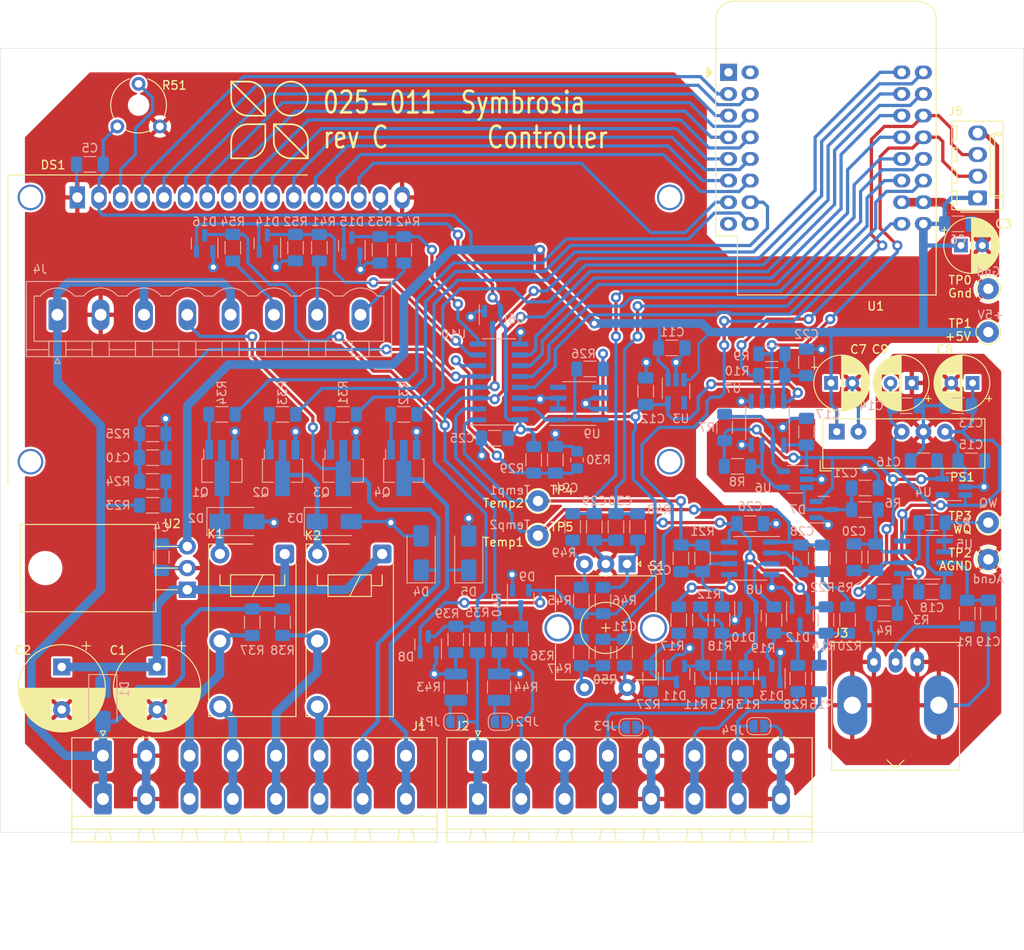
<source format=kicad_pcb>
(kicad_pcb (version 20221018) (generator pcbnew)
  (title_block (title "025-011 SymbCtrl PCB") (date "2021-12-05") (rev "New") (comment 1 "Andrew Cooper"))
  (layers (0 "F.Cu" signal) (31 "B.Cu" signal) (34 "B.Paste" user) (35 "F.Paste" user) (36 "B.SilkS" user "B.Silkscreen") (37 "F.SilkS" user "F.Silkscreen") (38 "B.Mask" user) (39 "F.Mask" user) (44 "Edge.Cuts" user))
  (net 0 "")
  (net 1 "Net-(U5B--)")
  (net 2 "GNDA")
  (net 3 "GND")
  (net 4 "+5VA")
  (net 5 "+12V")
  (net 6 "-5VA")
  (net 7 "/WQ")
  (net 8 "+5V")
  (net 9 "+3.3V")
  (net 10 "/3.3VA")
  (net 11 "Net-(D2-K)")
  (net 12 "Net-(D3-K)")
  (net 13 "T1amp")
  (net 14 "/Dout2")
  (net 15 "T2amp")
  (net 16 "Rly1")
  (net 17 "Rly2")
  (net 18 "T1in")
  (net 19 "T2in")
  (net 20 "Net-(D12A-COM)")
  (net 21 "Net-(DS1-VO)")
  (net 22 "DispD4")
  (net 23 "In1")
  (net 24 "In2")
  (net 25 "DispD5")
  (net 26 "EncB")
  (net 27 "EncA")
  (net 28 "EncPB")
  (net 29 "DispD6")
  (net 30 "DispD3")
  (net 31 "DispD2")
  (net 32 "DispD1")
  (net 33 "DispD0")
  (net 34 "DispE")
  (net 35 "DispRS")
  (net 36 "DispD7")
  (net 37 "/Relay1-Com")
  (net 38 "/Relay1-NO")
  (net 39 "Out1d")
  (net 40 "Out2d")
  (net 41 "/Relay2-Com")
  (net 42 "/Relay2-NO")
  (net 43 "Net-(J3-In)")
  (net 44 "Net-(JP1-B)")
  (net 45 "Net-(JP2-B)")
  (net 46 "Net-(Q1-B)")
  (net 47 "Net-(Q2-B)")
  (net 48 "VS")
  (net 49 "Net-(Q3-B)")
  (net 50 "Net-(Q4-B)")
  (net 51 "Net-(U6-SDA)")
  (net 52 "SupV")
  (net 53 "T1bias")
  (net 54 "T2bias")
  (net 55 "Net-(U6-SCL)")
  (net 56 "SDA")
  (net 57 "Net-(U5A-+)")
  (net 58 "Net-(U5B-+)")
  (net 59 "DispRW")
  (net 60 "SCL")
  (net 64 "MOSI")
  (net 65 "MISO")
  (net 66 "SPCK")
  (net 67 "Net-(D10A-COM)")
  (net 68 "Net-(C20-Pad1)")
  (net 69 "Net-(U10-Vref)")
  (net 70 "Net-(U10-CH5)")
  (net 71 "Net-(U8B--)")
  (net 72 "Net-(U8A--)")
  (net 73 "Net-(U8B-+)")
  (net 74 "Net-(U8A-+)")
  (net 75 "Net-(R23-Pad1)")
  (net 76 "Net-(R45-Pad1)")
  (net 77 "Net-(R46-Pad1)")
  (net 78 "Net-(R47-Pad1)")
  (net 80 "ADCS")
  (net 81 "Net-(D11A-COM)")
  (net 82 "Net-(D7A-COM)")
  (net 83 "Net-(D13A-COM)")
  (net 84 "In3")
  (net 85 "In4")
  (net 86 "/ADin1")
  (net 87 "/ADin2")
  (net 88 "Net-(J4-Pin_7)")
  (net 89 "Net-(J4-Pin_8)")
  (net 91 "Dout1")
  (net 92 "Net-(J4-Pin_6)")
  (footprint "TestPoint:TestPoint_THTPad_D2.5mm_Drill1.2mm" (layer "F.Cu") (at 104.648 108.712)
    (fp_text reference "TP4")
    (fp_text value "Temp2")
  )
  (footprint "TestPoint:TestPoint_THTPad_D2.5mm_Drill1.2mm" (layer "F.Cu") (at 157.48 88.9)
    (fp_text reference "TP1")
    (fp_text value "+5V")
  )
  (footprint "TestPoint:TestPoint_THTPad_D2.5mm_Drill1.2mm" (layer "F.Cu") (at 157.48 111.252)
    (fp_text reference "TP3")
    (fp_text value "WQ")
  )
  (footprint "TestPoint:TestPoint_THTPad_D2.5mm_Drill1.2mm" (layer "F.Cu") (at 104.648 112.776)
    (fp_text reference "TP5")
    (fp_text value "Temp1")
  )
  (footprint "TestPoint:TestPoint_THTPad_D2.5mm_Drill1.2mm" (layer "F.Cu") (at 157.48 83.82)
    (fp_text reference "TP0")
    (fp_text value "Gnd")
  )
  (footprint "Relay_THT:Relay_SPST_TE_PCH-1xxx2M" (layer "F.Cu") (at 74.93 114.935 -90)
    (fp_text reference "K1")
    (fp_text value "TE_PCH-1xxx2M" hide)
  )
  (footprint "Relay_THT:Relay_SPST_TE_PCH-1xxx2M" (layer "F.Cu") (at 86.36 114.935 -90)
    (fp_text reference "K2")
    (fp_text value "TE_PCH-1xxx2M" hide)
  )
  (footprint "MountingHole:MountingHole_3.5mm" (layer "F.Cu") (at 45.6 143.6)
    (fp_text reference "H4" hide)
    (fp_text value "MountingHole" hide)
  )
  (footprint "MountingHole:MountingHole_3.5mm" (layer "F.Cu") (at 157.6 143.6)
    (fp_text reference "H3" hide)
    (fp_text value "MountingHole" hide)
  )
  (footprint "MountingHole:MountingHole_3.5mm" (layer "F.Cu") (at 45.6 59.6)
    (fp_text reference "H1" hide)
    (fp_text value "MountingHole" hide)
  )
  (footprint "MountingHole:MountingHole_3.5mm" (layer "F.Cu") (at 157.6 59.6)
    (fp_text reference "H2" hide)
    (fp_text value "MountingHole" hide)
  )
  (footprint "Package_TO_SOT_THT:TO-220-3_Horizontal_TabDown" (layer "F.Cu") (at 63.5 119.126 90)
    (fp_text reference "U2")
    (fp_text value "L7805" hide)
  )
  (footprint "Andrew:BNC_Amphenol_B6252HB_Reversible" (layer "F.Cu") (at 146.6 127.6 180)
    (fp_text reference "J3")
    (fp_text value "PH")
  )
  (footprint "Controller:PhoenixContact_MSTBA_2,5_8-G-5,08_1x08_P5.08mm_Horizontal" (layer "F.Cu") (at 53.6 138.6)
    (fp_text reference "J1")
    (fp_text value "Screw_Terminal_01x08")
  )
  (footprint "Controller:PhoenixContact_MSTBA_2,5_8-G-5,08_1x08_P5.08mm_Horizontal" (layer "F.Cu") (at 97.6 138.6)
    (fp_text reference "J2")
    (fp_text value "Screw_Terminal_01x08")
  )
  (footprint "Controller:WC1602A" (layer "F.Cu") (at 50.6 73.1)
    (fp_text reference "DS1")
    (fp_text value "LCD Display")
  )
  (footprint "Capacitor_THT:CP_Radial_D6.3mm_P2.50mm" (layer "F.Cu") (at 155.637113 94.867 180)
    (fp_text reference "C8")
    (fp_text value "47uF")
  )
  (footprint "Connector_Molex:Molex_KK-254_AE-6410-04A_1x04_P2.54mm_Vertical" (layer "F.Cu") (at 156.23 73.152 90)
    (fp_text reference "J5")
    (fp_text value "I2C Aux")
  )
  (footprint "Capacitor_THT:CP_Radial_D10.0mm_P5.00mm" (layer "F.Cu") (at 48.768 128.188323 -90)
    (fp_text reference "C2")
    (fp_text value "330uF" hide)
  )
  (footprint "Capacitor_THT:CP_Radial_D6.3mm_P2.50mm" (layer "F.Cu") (at 154.265621 78.74)
    (fp_text reference "C3")
    (fp_text value "47uF" hide)
  )
  (footprint "Converter_DCDC:Converter_DCDC_XP_POWER-IAxxxxS_THT" (layer "F.Cu") (at 139.7 100.584 90)
    (fp_text reference "PS1")
    (fp_text value "IA1205S")
  )
  (footprint "Capacitor_THT:CP_Radial_D6.3mm_P2.50mm" (layer "F.Cu") (at 139.025621 94.867)
    (fp_text reference "C7")
    (fp_text value "47uF")
  )
  (footprint "Capacitor_THT:CP_Radial_D6.3mm_P2.50mm" (layer "F.Cu") (at 148.50238 94.867 180)
    (fp_text reference "C9")
    (fp_text value "47uF")
  )
  (footprint "PCB:SymbrosiaLogo" (layer "F.Cu") (at 73.152 64.008)
    (fp_text reference "REF**" hide)
    (fp_text value "SymbrosiaLogo" hide)
  )
  (footprint "Capacitor_THT:CP_Radial_D10.0mm_P5.00mm" (layer "F.Cu") (at 59.944 128.188323 -90)
    (fp_text reference "C1")
    (fp_text value "330uF" hide)
  )
  (footprint "TestPoint:TestPoint_THTPad_D2.5mm_Drill1.2mm" (layer "F.Cu") (at 157.48 115.57)
    (fp_text reference "TP2")
    (fp_text value "AGND")
  )
  (footprint "Andrew:WEMOS S2 Mini" (layer "F.Cu") (at 127 58.42)
    (fp_text reference "U1")
    (fp_text value "WeMos S3 Mini")
  )
  (footprint "Rotary_Encoder:RotaryEncoder_Alps_EC11E-Switch_Vertical_H20mm_CircularMountingHoles" (layer "F.Cu") (at 115.1 116.1 -90)
    (fp_text reference "S1")
    (fp_text value "RotaryEncoder_Switch")
  )
  (footprint "Potentiometer_THT:Potentiometer_Piher_PT-6-V_Vertical_Hole" (layer "F.Cu") (at 60.285 64.77 90)
    (fp_text reference "R51")
    (fp_text value "10k")
  )
  (footprint "Resistor_SMD:R_1206_3216Metric_Pad1.30x1.75mm_HandSolder" (layer "B.Cu") (at 109.728 126.492 90)
    (fp_text reference "R47")
    (fp_text value "10k")
  )
  (footprint "Capacitor_SMD:C_1206_3216Metric_Pad1.33x1.80mm_HandSolder" (layer "B.Cu") (at 111.252 111.76 -90)
    (fp_text reference "C29")
    (fp_text value "10n")
  )
  (footprint "Capacitor_SMD:C_1206_3216Metric_Pad1.33x1.80mm_HandSolder" (layer "B.Cu") (at 113.792 111.76 -90)
    (fp_text reference "C30")
    (fp_text value "10n")
  )
  (footprint "Capacitor_SMD:C_1206_3216Metric_Pad1.33x1.80mm_HandSolder" (layer "B.Cu") (at 114.808 126.492 -90)
    (fp_text reference "C31")
    (fp_text value "10n")
  )
  (footprint "Resistor_SMD:R_1206_3216Metric_Pad1.30x1.75mm_HandSolder" (layer "B.Cu") (at 116.332 111.76 -90)
    (fp_text reference "R48")
    (fp_text value "10k")
  )
  (footprint "Resistor_SMD:R_1206_3216Metric_Pad1.30x1.75mm_HandSolder" (layer "B.Cu") (at 108.712 111.76 -90)
    (fp_text reference "R49")
    (fp_text value "10k")
  )
  (footprint "Resistor_SMD:R_1206_3216Metric_Pad1.30x1.75mm_HandSolder" (layer "B.Cu") (at 112.268 126.492 90)
    (fp_text reference "R50")
    (fp_text value "10k")
  )
  (footprint "Capacitor_SMD:C_1206_3216Metric_Pad1.33x1.80mm_HandSolder" (layer "B.Cu") (at 52.07 69.215 180)
    (fp_text reference "C5")
    (fp_text value "100n")
  )
  (footprint "Diode_SMD:D_SMA" (layer "B.Cu") (at 53.594 132.588 -90)
    (fp_text reference "D1")
    (fp_text value "US1A" hide)
  )
  (footprint "Capacitor_SMD:C_1206_3216Metric_Pad1.33x1.80mm_HandSolder" (layer "B.Cu") (at 60.452 115.316 -90)
    (fp_text reference "C4")
    (fp_text value "100n")
  )
  (footprint "Diode_SMD:D_SMA" (layer "B.Cu") (at 69.31 111.125)
    (fp_text reference "D2")
    (fp_text value "US1A")
  )
  (footprint "Diode_SMD:D_SMA" (layer "B.Cu") (at 90.932 114.808 90)
    (fp_text reference "D4")
    (fp_text value "US1A")
  )
  (footprint "Resistor_SMD:R_1206_3216Metric_Pad1.30x1.75mm_HandSolder" (layer "B.Cu") (at 123.698 122.682 90)
    (fp_text reference "R12")
    (fp_text value "3.24k")
  )
  (footprint "Resistor_SMD:R_1206_3216Metric_Pad1.30x1.75mm_HandSolder" (layer "B.Cu") (at 126.238 122.682 90)
    (fp_text reference "R18")
    (fp_text value "10k")
  )
  (footprint "Resistor_SMD:R_1206_3216Metric_Pad1.30x1.75mm_HandSolder" (layer "B.Cu") (at 121.158 122.682 90)
    (fp_text reference "R17")
    (fp_text value "10k")
  )
  (footprint "Resistor_SMD:R_1206_3216Metric_Pad1.30x1.75mm_HandSolder" (layer "B.Cu") (at 138.0105 115.443 90)
    (fp_text reference "R22")
    (fp_text value "332k")
  )
  (footprint "Resistor_SMD:R_1206_3216Metric_Pad1.30x1.75mm_HandSolder" (layer "B.Cu") (at 74.676 98.552 180)
    (fp_text reference "R33")
    (fp_text value "270")
  )
  (footprint "Capacitor_SMD:C_1206_3216Metric_Pad1.33x1.80mm_HandSolder" (layer "B.Cu") (at 135.4705 115.443 -90)
    (fp_text reference "C28")
    (fp_text value "na")
  )
  (footprint "Resistor_SMD:R_1206_3216Metric_Pad1.30x1.75mm_HandSolder" (layer "B.Cu") (at 67.564 98.552 180)
    (fp_text reference "R34")
    (fp_text value "270")
  )
  (footprint "Resistor_SMD:R_1206_3216Metric_Pad1.30x1.75mm_HandSolder" (layer "B.Cu") (at 123.952 129.54 -90)
    (fp_text reference "R11")
    (fp_text value "3.24k")
  )
  (footprint "Resistor_SMD:R_1206_3216Metric_Pad1.30x1.75mm_HandSolder" (layer "B.Cu") (at 109.728 120.396 -90)
    (fp_text reference "R45")
    (fp_text value "10k")
  )
  (footprint "Resistor_SMD:R_1206_3216Metric_Pad1.30x1.75mm_HandSolder" (layer "B.Cu") (at 112.268 120.396 -90)
    (fp_text reference "R46")
    (fp_text value "10k")
  )
  (footprint "Resistor_SMD:R_1206_3216Metric_Pad1.30x1.75mm_HandSolder" (layer "B.Cu") (at 94.996 124.968 90)
    (fp_text reference "R39")
    (fp_text value "3.01k")
  )
  (footprint "Resistor_SMD:R_1206_3216Metric_Pad1.30x1.75mm_HandSolder" (layer "B.Cu") (at 97.536 124.994 -90)
    (fp_text reference "R35")
    (fp_text value "10k")
  )
  (footprint "Resistor_SMD:R_1210_3225Metric_Pad1.30x2.65mm_HandSolder" (layer "B.Cu") (at 94.996 130.556 -90)
    (fp_text reference "R43")
    (fp_text value "249")
  )
  (footprint "Resistor_SMD:R_1206_3216Metric_Pad1.30x1.75mm_HandSolder" (layer "B.Cu") (at 126.492 129.54 90)
    (fp_text reference "R15")
    (fp_text value "82.5")
  )
  (footprint "Diode_SMD:D_SMA" (layer "B.Cu") (at 96.52 114.808 90)
    (fp_text reference "D5")
    (fp_text value "US1A")
  )
  (footprint "Capacitor_SMD:C_1206_3216Metric_Pad1.33x1.80mm_HandSolder" (layer "B.Cu") (at 59.436 103.632)
    (fp_text reference "C10")
    (fp_text value "10nF")
  )
  (footprint "Jumper:SolderJumper-2_P1.3mm_Open_RoundedPad1.0x1.5mm" (layer "B.Cu") (at 115.57 135.255 180)
    (fp_text reference "JP3")
    (fp_text value "T1 2/3Wire")
  )
  (footprint "Resistor_SMD:R_1206_3216Metric_Pad1.30x1.75mm_HandSolder" (layer "B.Cu") (at 102.616 124.968 -90)
    (fp_text reference "R36")
    (fp_text value "10k")
  )
  (footprint "Jumper:SolderJumper-2_P1.3mm_Open_RoundedPad1.0x1.5mm" (layer "B.Cu") (at 94.996 134.62 180)
    (fp_text reference "JP1")
    (fp_text value "In1 4-20")
  )
  (footprint "Jumper:SolderJumper-2_P1.3mm_Open_RoundedPad1.0x1.5mm" (layer "B.Cu") (at 100.218 134.62 180)
    (fp_text reference "JP2")
    (fp_text value "In2 4-20")
  )
  (footprint "Resistor_SMD:R_1206_3216Metric_Pad1.30x1.75mm_HandSolder" (layer "B.Cu") (at 59.436 100.838 180)
    (fp_text reference "R25")
    (fp_text value "3.24k")
  )
  (footprint "Resistor_SMD:R_1206_3216Metric_Pad1.30x1.75mm_HandSolder" (layer "B.Cu") (at 59.436 109.22 180)
    (fp_text reference "R23")
    (fp_text value "10k")
  )
  (footprint "Resistor_SMD:R_1206_3216Metric_Pad1.30x1.75mm_HandSolder" (layer "B.Cu") (at 59.436 106.426)
    (fp_text reference "R24")
    (fp_text value "10k")
  )
  (footprint "Resistor_SMD:R_1210_3225Metric_Pad1.30x2.65mm_HandSolder" (layer "B.Cu") (at 100.076 130.556 -90)
    (fp_text reference "R44")
    (fp_text value "249")
  )
  (footprint "Diode_SMD:D_SMA" (layer "B.Cu") (at 80.74 111.125)
    (fp_text reference "D3")
    (fp_text value "US1A")
  )
  (footprint "Resistor_SMD:R_1206_3216Metric_Pad1.30x1.75mm_HandSolder" (layer "B.Cu") (at 100.076 124.968 90)
    (fp_text reference "R40")
    (fp_text value "3.01k")
  )
  (footprint "Capacitor_SMD:C_1206_3216Metric_Pad1.33x1.80mm_HandSolder" (layer "B.Cu") (at 117.282 95.838 90)
    (fp_text reference "C12")
    (fp_text value "100nF")
  )
  (footprint "Capacitor_SMD:C_1206_3216Metric_Pad1.33x1.80mm_HandSolder" (layer "B.Cu") (at 121.412 115.443 -90)
    (fp_text reference "C27")
    (fp_text value "na")
  )
  (footprint "Capacitor_SMD:C_1206_3216Metric_Pad1.33x1.80mm_HandSolder" (layer "B.Cu") (at 153.924 76.2)
    (fp_text reference "C6")
    (fp_text value "100n")
  )
  (footprint "Resistor_SMD:R_1206_3216Metric_Pad1.30x1.75mm_HandSolder" (layer "B.Cu") (at 71.12 122.936 90)
    (fp_text reference "R37")
    (fp_text value "0")
  )
  (footprint "Package_SO:SOIC-8_3.9x4.9mm_P1.27mm" (layer "B.Cu") (at 149.86 115.316 180)
    (fp_text reference "U5")
    (fp_text value "OPA2991")
  )
  (footprint "Resistor_SMD:R_1206_3216Metric_Pad1.30x1.75mm_HandSolder" (layer "B.Cu") (at 132.334 122.682 90)
    (fp_text reference "R19")
    (fp_text value "10k")
  )
  (footprint "Resistor_SMD:R_1206_3216Metric_Pad1.30x1.75mm_HandSolder" (layer "B.Cu") (at 117.856 129.54 90)
    (fp_text reference "R27")
    (fp_text value "1k")
  )
  (footprint "Package_TO_SOT_SMD:SOT-23" (layer "B.Cu") (at 102.616 120.142 -90)
    (fp_text reference "D9")
    (fp_text value "BAT54")
  )
  (footprint "Capacitor_SMD:C_1206_3216Metric_Pad1.33x1.80mm_HandSolder" (layer "B.Cu") (at 147.828 97.536 180)
    (fp_text reference "C14")
    (fp_text value "100n")
  )
  (footprint "Package_TO_SOT_SMD:SOT-23" (layer "B.Cu") (at 72.898 78.486 90)
    (fp_text reference "D14")
    (fp_text value "BAT54")
  )
  (footprint "Resistor_SMD:R_1206_3216Metric_Pad1.30x1.75mm_HandSolder" (layer "B.Cu") (at 144.272 115.316 90)
    (fp_text reference "R5")
    (fp_text value "10k")
  )
  (footprint "Capacitor_SMD:C_1206_3216Metric_Pad1.33x1.80mm_HandSolder" (layer "B.Cu") (at 149.8985 104.011 180)
    (fp_text reference "C16")
    (fp_text value "100nF")
  )
  (footprint "Resistor_SMD:R_1206_3216Metric_Pad1.30x1.75mm_HandSolder" (layer "B.Cu") (at 137.668 129.54 90)
    (fp_text reference "R16")
    (fp_text value "82.5")
  )
  (footprint "Package_SO:SOIC-8_3.9x4.9mm_P1.27mm" (layer "B.Cu") (at 109.474 97.282)
    (fp_text reference "U9")
    (fp_text value "TL431D")
  )
  (footprint "Capacitor_SMD:C_1206_3216Metric_Pad1.33x1.80mm_HandSolder" (layer "B.Cu") (at 157.48 121.92 -90)
    (fp_text reference "C19")
    (fp_text value "10n")
  )
  (footprint "Resistor_SMD:R_1206_3216Metric_Pad1.30x1.75mm_HandSolder" (layer "B.Cu") (at 123.952 115.443 90)
    (fp_text reference "R21")
    (fp_text value "332k")
  )
  (footprint "Package_TO_SOT_SMD:SOT-23" (layer "B.Cu") (at 99.314 87.376 -90)
    (fp_text reference "D6")
    (fp_text value "BAT54")
  )
  (footprint "Package_TO_SOT_SMD:SOT-23" (layer "B.Cu") (at 132.08 129.032 90)
    (fp_text reference "D13")
    (fp_text value "BAT54")
  )
  (footprint "Package_TO_SOT_SMD:SOT-23" (layer "B.Cu") (at 135.382 122.174 -90)
    (fp_text reference "D12")
    (fp_text value "BAT54")
  )
  (footprint "Package_TO_SOT_SMD:SOT-23-5_HandSoldering" (layer "B.Cu") (at 153.416 107.059 180)
    (fp_text reference "U4")
    (fp_text value "MIC5504-3.3YM5")
  )
  (footprint "Jumper:SolderJumper-2_P1.3mm_Open_RoundedPad1.0x1.5mm" (layer "B.Cu") (at 130.556 135.128 180)
    (fp_text reference "JP4")
    (fp_text value "T2 2/3Wire")
  )
  (footprint "Resistor_SMD:R_1206_3216Metric_Pad1.30x1.75mm_HandSolder" (layer "B.Cu") (at 104.14 103.886 90)
    (fp_text reference "R29")
    (fp_text value "10k")
  )
  (footprint "Resistor_SMD:R_1206_3216Metric_Pad1.30x1.75mm_HandSolder" (layer "B.Cu") (at 81.788 98.552 180)
    (fp_text reference "R31")
    (fp_text value "270")
  )
  (footprint "Resistor_SMD:R_1206_3216Metric_Pad1.30x1.75mm_HandSolder" (layer "B.Cu") (at 86.106 79.248 90)
    (fp_text reference "R53")
    (fp_text value "3.01k")
  )
  (footprint "Capacitor_SMD:C_1206_3216Metric_Pad1.33x1.80mm_HandSolder" (layer "B.Cu") (at 99.568 101.346 180)
    (fp_text reference "C25")
    (fp_text value "100n")
  )
  (footprint "Resistor_SMD:R_1206_3216Metric_Pad1.30x1.75mm_HandSolder" (layer "B.Cu") (at 110.744 93.218 180)
    (fp_text reference "R26")
    (fp_text value "331")
  )
  (footprint "Resistor_SMD:R_1206_3216Metric_Pad1.30x1.75mm_HandSolder" (layer "B.Cu") (at 132.08 93.98 180)
    (fp_text reference "R10")
    (fp_text value "3.24k")
  )
  (footprint "Package_SO:SOIC-8_3.9x4.9mm_P1.27mm" (layer "B.Cu") (at 129.54 115.443 180)
    (fp_text reference "U8")
    (fp_text value "MC34072")
  )
  (footprint "Resistor_SMD:R_1206_3216Metric_Pad1.30x1.75mm_HandSolder" (layer "B.Cu") (at 150.876 111.252)
    (fp_text reference "R2")
    (fp_text value "3.24k")
  )
  (footprint "Resistor_SMD:R_1206_3216Metric_Pad1.30x1.75mm_HandSolder" (layer "B.Cu") (at 145.288 119.38)
    (fp_text reference "R3")
    (fp_text value "10k")
  )
  (footprint "Resistor_SMD:R_1206_3216Metric_Pad1.30x1.75mm_HandSolder" (layer "B.Cu") (at 74.676 122.936 90)
    (fp_text reference "R38")
    (fp_text value "0")
  )
  (footprint "Capacitor_SMD:C_1206_3216Metric_Pad1.33x1.80mm_HandSolder" (layer "B.Cu") (at 153.924 97.536 180)
    (fp_text reference "C13")
    (fp_text value "100n")
  )
  (footprint "Resistor_SMD:R_1206_3216Metric_Pad1.30x1.75mm_HandSolder" (layer "B.Cu") (at 155 121.92 -90)
    (fp_text reference "R1")
    (fp_text value "1k")
  )
  (footprint "Resistor_SMD:R_1206_3216Metric_Pad1.30x1.75mm_HandSolder" (layer "B.Cu") (at 140.97 122.682 90)
    (fp_text reference "R20")
    (fp_text value "10k")
  )
  (footprint "Resistor_SMD:R_1206_3216Metric_Pad1.30x1.75mm_HandSolder" (layer "B.Cu") (at 132.08 91.44 180)
    (fp_text reference "R9")
    (fp_text value "3.24k")
  )
  (footprint "Resistor_SMD:R_1206_3216Metric_Pad1.30x1.75mm_HandSolder" (layer "B.Cu") (at 135.128 129.54 90)
    (fp_text reference "R28")
    (fp_text value "1k")
  )
  (footprint "Package_TO_SOT_SMD:SOT-23" (layer "B.Cu") (at 65.532 78.486 90)
    (fp_text reference "D16")
    (fp_text value "BAT54")
  )
  (footprint "Package_TO_SOT_SMD:SOT-23" (layer "B.Cu") (at 120.904 129.032 -90)
    (fp_text reference "D11")
    (fp_text value "BAT54")
  )
  (footprint "Package_SO:SO-8_3.9x4.9mm_P1.27mm" (layer "B.Cu") (at 131.572 99.568 90)
    (fp_text reference "U7")
    (fp_text value "ISO1640BDR")
  )
  (footprint "Resistor_SMD:R_1206_3216Metric_Pad1.30x1.75mm_HandSolder" (layer "B.Cu") (at 88.9 79.248 -90)
    (fp_text reference "R42")
    (fp_text value "10k")
  )
  (footprint "Package_TO_SOT_SMD:SOT-23-5_HandSoldering" (layer "B.Cu") (at 120.838 95.838 -90)
    (fp_text reference "U3")
    (fp_text value "MIC5504-3.3YM5")
  )
  (footprint "Capacitor_SMD:C_1206_3216Metric_Pad1.33x1.80mm_HandSolder" (layer "B.Cu") (at 143.002 107.188)
    (fp_text reference "C21")
    (fp_text value "10nF")
  )
  (footprint "Package_TO_SOT_SMD:SOT-23" (layer "B.Cu") (at 129.286 122.174 -90)
    (fp_text reference "D10")
    (fp_text value "BAT54")
  )
  (footprint "Capacitor_SMD:C_1206_3216Metric_Pad1.33x1.80mm_HandSolder" (layer "B.Cu") (at 150.876 119.38)
    (fp_text reference "C18")
    (fp_text value "100n")
  )
  (footprint "Capacitor_SMD:C_1206_3216Metric_Pad1.33x1.80mm_HandSolder" (layer "B.Cu") (at 136.144 100.584 90)
    (fp_text reference "C17")
    (fp_text value "100nF")
  )
  (footprint "Package_SO:SOIC-16_3.9x9.9mm_P1.27mm" (layer "B.Cu") (at 100.076 94.742)
    (fp_text reference "U10")
    (fp_text value "MCP3208")
  )
  (footprint "Resistor_SMD:R_1206_3216Metric_Pad1.30x1.75mm_HandSolder" (layer "B.Cu") (at 126.544 100.076 90)
    (fp_text reference "R7")
    (fp_text value "3.24k")
  )
  (footprint "Resistor_SMD:R_1206_3216Metric_Pad1.30x1.75mm_HandSolder" (layer "B.Cu") (at 78.994 78.994 -90)
    (fp_text reference "R41")
    (fp_text value "10k")
  )
  (footprint "Capacitor_SMD:C_1206_3216Metric_Pad1.33x1.80mm_HandSolder" (layer "B.Cu") (at 136.144 92.456 90)
    (fp_text reference "C22")
    (fp_text value "100nF")
  )
  (footprint "Capacitor_SMD:C_1206_3216Metric_Pad1.33x1.80mm_HandSolder" (layer "B.Cu") (at 120.33 90.758)
    (fp_text reference "C11")
    (fp_text value "100nF")
  )
  (footprint "Resistor_SMD:R_0805_2012Metric_Pad1.20x1.40mm_HandSolder" (layer "B.Cu") (at 109.22 103.886 90)
    (fp_text reference "R30")
    (fp_text value "10k")
  )
  (footprint "Resistor_SMD:R_1206_3216Metric_Pad1.30x1.75mm_HandSolder" (layer "B.Cu") (at 143.002 109.728)
    (fp_text reference "R6")
    (fp_text value "1k")
  )
  (footprint "Capacitor_SMD:C_1206_3216Metric_Pad1.33x1.80mm_HandSolder" (layer "B.Cu") (at 106.68 103.886 90)
    (fp_text reference "C24")
    (fp_text value "100n")
  )
  (footprint "Resistor_SMD:R_1206_3216Metric_Pad1.30x1.75mm_HandSolder" (layer "B.Cu") (at 138.43 122.682 -90)
    (fp_text reference "R14")
    (fp_text value "3.24k")
  )
  (footprint "Resistor_SMD:R_1206_3216Metric_Pad1.30x1.75mm_HandSolder" (layer "B.Cu") (at 76.2 78.994 90)
    (fp_text reference "R52")
    (fp_text value "3.01k")
  )
  (footprint "Resistor_SMD:R_1206_3216Metric_Pad1.30x1.75mm_HandSolder" (layer "B.Cu") (at 68.834 78.994 -90)
    (fp_text reference "R54")
    (fp_text value "10k")
  )
  (footprint "Resistor_SMD:R_1206_3216Metric_Pad1.30x1.75mm_HandSolder" (layer "B.Cu") (at 128.042 104.648)
    (fp_text reference "R8")
    (fp_text value "3.24k")
  )
  (footprint "Connector_Phoenix_MSTB:PhoenixContact_MSTBVA_2,5_8-G-5,08_1x08_P5.08mm_Vertical" (layer "B.Cu") (at 48.26 86.868)
    (fp_text reference "J4")
    (fp_text value "Screw_Terminal_01x08")
  )
  (footprint "Package_TO_SOT_SMD:SOT-23" (layer "B.Cu") (at 138.176 109.728)
    (fp_text reference "D7")
    (fp_text value "BAT54")
  )
  (footprint "Package_TO_SOT_SMD:SOT-23-5_HandSoldering" (layer "B.Cu") (at 134.794 106.172 180)
    (fp_text reference "U6")
    (fp_text value "MCP3021")
  )
  (footprint "Capacitor_SMD:C_1206_3216Metric_Pad1.33x1.80mm_HandSolder" (layer "B.Cu") (at 129.54 111.379)
    (fp_text reference "C26")
    (fp_text value "100n")
  )
  (footprint "Resistor_SMD:R_1206_3216Metric_Pad1.30x1.75mm_HandSolder" (layer "B.Cu") (at 88.9 98.552 180)
    (fp_text reference "R32")
    (fp_text value "270")
  )
  (footprint "Package_TO_SOT_SMD:SOT-89-3_Handsoldering" (layer "B.Cu") (at 74.676 105.156 -90)
    (fp_text reference "Q2")
    (fp_text value "BCX56")
  )
  (footprint "Resistor_SMD:R_1206_3216Metric_Pad1.30x1.75mm_HandSolder" (layer "B.Cu") (at 129.032 129.54 -90)
    (fp_text reference "R13")
    (fp_text value "3.24k")
  )
  (footprint "Package_TO_SOT_SMD:SOT-23" (layer "B.Cu") (at 82.804 78.74 90)
    (fp_text reference "D15")
    (fp_text value "BAT54")
  )
  (footprint "Package_TO_SOT_SMD:SOT-89-3_Handsoldering" (layer "B.Cu") (at 88.9 105.156 -90)
    (fp_text reference "Q4")
    (fp_text value "BCX56")
  )
  (footprint "Resistor_SMD:R_1206_3216Metric_Pad1.30x1.75mm_HandSolder" (layer "B.Cu") (at 145.288 121.92 180)
    (fp_text reference "R4")
    (fp_text value "1.2k")
  )
  (footprint "Package_TO_SOT_SMD:SOT-23" (layer "B.Cu") (at 91.76 125.5545 90)
    (fp_text reference "D8")
    (fp_text value "BAT54")
  )
  (footprint "Package_TO_SOT_SMD:SOT-89-3_Handsoldering" (layer "B.Cu") (at 81.788 105.156 -90)
    (fp_text reference "Q3")
    (fp_text value "BCX56")
  )
  (footprint "Capacitor_SMD:C_1206_3216Metric_Pad1.33x1.80mm_HandSolder" (layer "B.Cu") (at 141.732 115.316 -90)
    (fp_text reference "C20")
    (fp_text value "na")
  )
  (footprint "Package_TO_SOT_SMD:SOT-89-3_Handsoldering" (layer "B.Cu") (at 67.564 105.156 -90)
    (fp_text reference "Q1")
    (fp_text value "BCX56")
  )
  (footprint "Capacitor_SMD:C_1206_3216Metric_Pad1.33x1.80mm_HandSolder" (layer "B.Cu") (at 155.4865 104.011)
    (fp_text reference "C15")
    (fp_text value "100nF")
  )
  (gr_line (start 148.59 121.92) (end 147.828 120.396) (stroke (width 0.12)) (layer "B.SilkS"))
  (gr_line (start 141.732 118.618) (end 143.51 117.602) (stroke (width 0.12)) (layer "B.SilkS"))
  (gr_line (start 161.6 147.6) (end 41.6 147.6) (stroke (width 0.05)) (layer "Edge.Cuts"))
  (gr_line (start 41.6 147.6) (end 41.6 55.6) (stroke (width 0.05)) (layer "Edge.Cuts"))
  (gr_line (start 41.6 55.6) (end 161.6 55.6) (stroke (width 0.05)) (layer "Edge.Cuts"))
  (gr_line (start 161.6 55.6) (end 161.6 147.6) (stroke (width 0.05)) (layer "Edge.Cuts"))
  (gr_text "025-011  Symbrosia\nrev C        Controller   " (at 79.248 64.008) (layer "F.SilkS") (effects (font (size 2.54 1.905) (thickness 0.3)) (justify left)))
  (segment (start 148.717 115.951) (end 149.352 115.316) (width 0.381) (layer "B.Cu") (net 1))
  (segment (start 147.385 115.951) (end 148.717 115.951) (width 0.381) (layer "B.Cu") (net 1))
  (segment (start 144.272 116.866) (end 141.7445 116.866) (width 0.381) (layer "B.Cu") (net 1))
  (segment (start 141.7445 116.866) (end 141.732 116.8785) (width 0.381) (layer "B.Cu") (net 1))
  (segment (start 147.385 115.951) (end 145.187 115.951) (width 0.381) (layer "B.Cu") (net 1))
  (segment (start 149.352 115.316) (end 149.352 111.278) (width 0.381) (layer "B.Cu") (net 1))
  (segment (start 149.352 111.278) (end 149.326 111.252) (width 0.381) (layer "B.Cu") (net 1))
  (segment (start 145.187 115.951) (end 144.272 116.866) (width 0.381) (layer "B.Cu") (net 1))
  (via (at 137.922 106.172) (size 1.2) (drill 0.6) (layers "F.Cu" "B.Cu") (net 2))
  (via (at 138.684 111.506) (size 1.2) (drill 0.6) (layers "F.Cu" "B.Cu") (net 2))
  (via (at 133.35 100.076) (size 1.2) (drill 0.6) (layers "F.Cu" "B.Cu") (net 2))
  (via (at 128.559 102.143) (size 1.2) (drill 0.6) (layers "F.Cu" "B.Cu") (net 2))
  (via (at 156.972 107.059) (size 1.2) (drill 0.6) (layers "F.Cu" "B.Cu") (net 2))
  (via (at 143.002 104.902) (size 1.2) (drill 0.6) (layers "F.Cu" "B.Cu") (net 2))
  (segment (start 144.5645 107.188) (end 144.5645 105.7025) (width 0.381) (layer "B.Cu") (net 2))
  (segment (start 129.667 102.143) (end 128.559 102.143) (width 0.381) (layer "B.Cu") (net 2))
  (segment (start 149.86 98.0055) (end 149.3905 97.536) (width 0.381) (layer "B.Cu") (net 2))
  (segment (start 143.738 123.926) (end 144.06 124.248) (width 0.381) (layer "B.Cu") (net 2))
  (segment (start 133.35 100.076) (end 134.4045 99.0215) (width 0.381) (layer "B.Cu") (net 2))
  (segment (start 149.3905 97.536) (end 152.3615 97.536) (width 0.381) (layer "B.Cu") (net 2))
  (segment (start 137.2385 110.678) (end 137.856 110.678) (width 0.381) (layer "B.Cu") (net 2))
  (segment (start 149.86 102.487) (end 149.86 100.584) (width 0.381) (layer "B.Cu") (net 2))
  (segment (start 149.14 127.6) (end 149.14 127.466) (width 0.381) (layer "B.Cu") (net 2))
  (segment (start 144.06 124.248) (end 144.06 127.6) (width 0.381) (layer "B.Cu") (net 2))
  (segment (start 148.336 104.011) (end 149.86 102.487) (width 0.381) (layer "B.Cu") (net 2))
  (segment (start 154.766 107.059) (end 156.972 107.059) (width 0.381) (layer "B.Cu") (net 2))
  (segment (start 143.738 121.92) (end 143.738 123.926) (width 0.381) (layer "B.Cu") (net 2))
  (segment (start 144.5645 105.7025) (end 143.764 104.902) (width 0.381) (layer "B.Cu") (net 2))
  (segment (start 137.856 110.678) (end 138.684 111.506) (width 0.381) (layer "B.Cu") (net 2))
  (segment (start 157.049 104.011) (end 157.049 106.982) (width 0.381) (layer "B.Cu") (net 2))
  (segment (start 155.102 132.68) (end 151.68 132.68) (width 0.381) (layer "B.Cu") (net 2))
  (segment (start 143.764 104.902) (end 143.002 104.902) (width 0.381) (layer "B.Cu") (net 2))
  (segment (start 136.144 106.172) (end 137.922 106.172) (width 0.381) (layer "B.Cu") (net 2))
  (segment (start 149.86 100.584) (end 149.86 98.0055) (width 0.381) (layer "B.Cu") (net 2))
  (segment (start 157.48 123.4825) (end 157.48 130.302) (width 0.381) (layer "B.Cu") (net 2))
  (segment (start 128.524 102.108) (end 128.559 102.143) (width 0.381) (layer "B.Cu") (net 2))
  (segment (start 157.48 130.302) (end 155.102 132.68) (width 0.381) (layer "B.Cu") (net 2))
  (segment (start 157.049 106.982) (end 156.972 107.059) (width 0.381) (layer "B.Cu") (net 2))
  (segment (start 134.4045 99.0215) (end 136.144 99.0215) (width 0.381) (layer "B.Cu") (net 2))
  (segment (start 147.32 73.66) (end 149.86 73.66) (width 1.016) (layer "F.Cu") (net 3))
  (segment (start 155.956 75.946) (end 156.765621 76.755621) (width 1.016) (layer "F.Cu") (net 3))
  (segment (start 154.432 75.946) (end 155.956 75.946) (width 1.016) (layer "F.Cu") (net 3))
  (segment (start 149.86 73.66) (end 152.146 73.66) (width 1.016) (layer "F.Cu") (net 3))
  (segment (start 156.23 65.532) (end 156.972 65.532) (width 0.508) (layer "F.Cu") (net 3))
  (segment (start 156.972 65.532) (end 158.496 67.056) (width 0.508) (layer "F.Cu") (net 3))
  (segment (start 152.146 73.66) (end 154.432 75.946) (width 1.016) (layer "F.Cu") (net 3))
  (segment (start 158.496 67.056) (end 158.496 77.009621) (width 0.508) (layer "F.Cu") (net 3))
  (segment (start 156.765621 76.755621) (end 156.765621 78.74) (width 1.016) (layer "F.Cu") (net 3))
  (segment (start 158.496 77.009621) (end 156.765621 78.74) (width 0.508) (layer "F.Cu") (net 3))
  (via (at 60.96 99.06) (size 1.2) (drill 0.6) (layers "F.Cu" "B.Cu") (net 3))
  (via (at 120.838 92.456) (size 1.2) (drill 0.6) (layers "F.Cu" "B.Cu") (net 3))
  (via (at 128.524 97.028) (size 1.2) (drill 0.6) (layers "F.Cu" "B.Cu") (net 3))
  (via (at 133.096 126.492) (size 1.2) (drill 0.6) (layers "F.Cu" "B.Cu") (net 3))
  (via (at 87.376 111.252) (size 1.2) (drill 0.6) (layers "F.Cu" "B.Cu") (net 3))
  (via (at 132.588 111.379) (size 1.2) (drill 0.6) (layers "F.Cu" "B.Cu") (net 3))
  (via (at 73.66 111.252) (size 1.2) (drill 0.6) (layers "F.Cu" "B.Cu") (net 3))
  (via (at 102.616 88.9) (size 1.2) (drill 0.6) (layers "F.Cu" "B.Cu") (net 3))
  (via (at 106.68 100.838) (size 1.2) (drill 0.6) (layers "F.Cu" "B.Cu") (net 3))
  (via (at 76.2 100.584) (size 1.2) (drill 0.6) (layers "F.Cu" "B.Cu") (net 3))
  (via (at 104.902 96.774) (size 1.2) (drill 0.6) (layers "F.Cu" "B.Cu") (net 3))
  (via (at 66.548 81.28) (size 1.2) (drill 0.6) (layers "F.Cu" "B.Cu") (net 3))
  (via (at 117.348 92.456) (size 1.2) (drill 0.6) (layers "F.Cu" "B.Cu") (net 3))
  (via (at 92.482 129.006) (size 1.2) (drill 0.6) (layers "F.Cu" "B.Cu") (net 3))
  (via (at 96.774 87.122) (size 1.2) (drill 0.6) (layers "F.Cu" "B.Cu") (net 3))
  (via (at 137.922 90.932) (size 1.2) (drill 0.6) (layers "F.Cu" "B.Cu") (net 3))
  (via (at 98.044 103.378) (size 1.2) (drill 0.6) (layers "F.Cu" "B.Cu") (net 3))
  (via (at 69.088 100.584) (size 1.2) (drill 0.6) (layers "F.Cu" "B.Cu") (net 3))
  (via (at 132.08 118.872) (size 1.2) (drill 0.6) (layers "F.Cu" "B.Cu") (net 3))
  (via (at 83.288 100.584) (size 1.2) (drill 0.6) (layers "F.Cu" "B.Cu") (net 3))
  (via (at 110.236 97.282) (size 1.2) (drill 0.6) (layers "F.Cu" "B.Cu") (net 3))
  (via (at 102.5 129) (size 1.2) (drill 0.6) (layers "F.Cu" "B.Cu") (net 3))
  (via (at 90.4 100.584) (size 1.2) (drill 0.6) (layers "F.Cu" "B.Cu") (net 3))
  (via (at 122.428 125.984) (size 1.2) (drill 0.6) (layers "F.Cu" "B.Cu") (net 3))
  (via (at 83.82 81.534) (size 1.2) (drill 0.6) (layers "F.Cu" "B.Cu") (net 3))
  (via (at 96.52 110.744) (size 1.2) (drill 0.6) (layers "F.Cu" "B.Cu") (net 3))
  (via (at 73.914 81.28) (size 1.2) (drill 0.6) (layers "F.Cu" "B.Cu") (net 3))
  (via (at 101.6 117.348) (size 1.2) (drill 0.6) (layers "F.Cu" "B.Cu") (net 3))
  (via (at 127.762 122.682) (size 1.2) (drill 0.6) (layers "F.Cu" "B.Cu") (net 3))
  (segment (start 120.838 92.3205) (end 121.8925 91.266) (width 0.381) (layer "B.Cu") (net 3))
  (segment (start 133.03 126.558) (end 133.096 126.492) (width 0.381) (layer "B.Cu") (net 3))
  (segment (start 106.68 102.3235) (end 108.6575 102.3235) (width 0.381) (layer "B.Cu") (net 3))
  (segment (start 111.252 114.3) (end 111.252 113.3225) (width 0.381) (layer "B.Cu") (net 3))
  (segment (start 111.949 96.647) (end 110.871 96.647) (width 0.381) (layer "B.Cu") (net 3))
  (segment (start 63.5 116.586) (end 60.7445 116.586) (width 0.381) (layer "B.Cu") (net 3))
  (segment (start 108.6575 102.3235) (end 109.22 102.886) (width 0.381) (layer "B.Cu") (net 3))
  (segment (start 156.765621 77.479121) (end 155.4865 76.2) (width 0.508) (layer "B.Cu") (net 3))
  (segment (start 60.986 99.086) (end 60.96 99.06) (width 0.381) (layer "B.Cu") (net 3))
  (segment (start 112.6 115.648) (end 111.252 114.3) (width 0.381) (layer "B.Cu") (net 3))
  (segment (start 120.904 126.746) (end 121.666 126.746) (width 0.381) (layer "B.Cu") (net 3))
  (segment (start 128.336 121.2365) (end 128.336 122.108) (width 0.381) (layer "B.Cu") (net 3))
  (segment (start 83.754 79.6775) (end 83.754 81.468) (width 0.381) (layer "B.Cu") (net 3))
  (segment (start 94.996 129.006) (end 92.482 129.006) (width 0.381) (layer "B.Cu") (net 3))
  (segment (start 132.08 118.872) (end 132.08 117.413) (width 0.381) (layer "B.Cu") (net 3))
  (segment (start 111.949 97.917) (end 110.871 97.917) (width 0.381) (layer "B.Cu") (net 3))
  (segment (start 102.616 90.232) (end 102.551 90.297) (width 0.381) (layer "B.Cu") (net 3))
  (segment (start 133.16 135.7) (end 133.16 138.6) (width 0.381) (layer "B.Cu") (net 3))
  (segment (start 98.0055 103.3395) (end 98.044 103.378) (width 0.381) (layer "B.Cu") (net 3))
  (segment (start 100.076 126.518) (end 100.076 129.006) (width 0.381) (layer "B.Cu") (net 3))
  (segment (start 50.5075 69.215) (end 50.5075 73.0075) (width 0.381) (layer "B.Cu") (net 3))
  (segment (start 90.4 100.584) (end 90.4 102.706) (width 0.508) (layer "B.Cu") (net 3))
  (segment (start 119.954 128.0945) (end 119.954 127.696) (width 0.381) (layer "B.Cu") (net 3))
  (segment (start 60.986 100.838) (end 60.986 99.086) (width 0.381) (layer "B.Cu") (net 3))
  (segment (start 94.996 126.518) (end 94.996 129.006) (width 0.381) (layer "B.Cu") (net 3))
  (segment (start 132.08 118.872) (end 133.35 118.872) (width 0.381) (layer "B.Cu") (net 3))
  (segment (start 106.68 102.3235) (end 106.68 100.838) (width 0.381) (layer "B.Cu") (net 3))
  (segment (start 86.106 80.798) (end 84.556 80.798) (width 0.381) (layer "B.Cu") (net 3))
  (segment (start 141.525621 94.867) (end 141.525621 96.821621) (width 0.381) (layer "B.Cu") (net 3))
  (segment (start 131.1025 111.379) (end 131.064 111.379) (width 0.381) (layer "B.Cu") (net 3))
  (segment (start 92.482 128.042) (end 92.482 129.006) (width 0.381) (layer "B.Cu") (net 3))
  (segment (start 60.9985 100.8505) (end 60.986 100.838) (width 0.381) (layer "B.Cu") (net 3))
  (segment (start 82.74 111.125) (end 87.249 111.125) (width 0.381) (layer "B.Cu") (net 3))
  (segment (start 110.871 96.647) (end 110.236 97.282) (width 0.381) (layer "B.Cu") (net 3))
  (segment (start 121.666 126.746) (end 122.428 125.984) (width 0.381) (layer "B.Cu") (net 3))
  (segment (start 117.348 94.2095) (end 117.282 94.2755) (width 0.381) (layer "B.Cu") (net 3))
  (segment (start 66.548 79.4895) (end 66.482 79.4235) (width 0.381) (layer "B.Cu") (net 3))
  (segment (start 92.71 127.762) (end 92.456 128.016) (width 0.381) (layer "B.Cu") (net 3))
  (segment (start 76.2 80.544) (end 74.65 80.544) (width 0.381) (layer "B.Cu") (net 3))
  (segment (start 87.249 111.125) (end 87.376 111.252) (width 0.508) (layer "B.Cu") (net 3))
  (segment (start 88.932 112.808) (end 87.376 111.252) (width 0.381) (layer "B.Cu") (net 3))
  (segment (start 116.22 135.255) (end 117.475 135.255) (width 0.381) (layer "B.Cu") (net 3))
  (segment (start 141.525621 96.821621) (end 142.24 97.536) (width 0.381) (layer "B.Cu") (net 3))
  (segment (start 73.533 111.125) (end 73.66 111.252) (width 0.508) (layer "B.Cu") (net 3))
  (segment (start 98.0055 101.346) (end 98.0055 103.3395) (width 0.381) (layer "B.Cu") (net 3))
  (segment (start 117.92 135.7) (end 117.92 138.6) (width 0.381) (layer "B.Cu") (net 3))
  (segment (start 112.6 116.1) (end 112.6 115.648) (width 0.381) (layer "B.Cu") (net 3))
  (segment (start 120.838 94.488) (end 120.838 92.79) (width 0.381) (layer "B.Cu") (net 3))
  (segment (start 131.1025 111.379) (end 132.588 111.379) (width 0.381) (layer "B.Cu") (net 3))
  (segment (start 117.475 135.255) (end 117.92 135.7) (width 0.381) (layer "B.Cu") (net 3))
  (segment (start 58.68 138.6) (end 58.68 143.68) (width 1.016) (layer "B.Cu") (net 3))
  (segment (start 101.6 117.348) (end 101.666 117.414) (width 0.381) (layer "B.Cu") (net 3))
  (segment (start 97.4575 86.4385) (end 96.774 87.122) (width 0.381) (layer "B.Cu") (net 3))
  (segment (start 71.31 111.125) (end 73.533 111.125) (width 0.508) (layer "B.Cu") (net 3))
  (segment (start 133.35 118.872) (end 134.432 119.954) (width 0.381) (layer "B.Cu") (net 3))
  (segment (start 96.52 112.808) (end 96.52 110.744) (width 0.381) (layer "B.Cu") (net 3))
  (segment (start 73.848 79.4235) (end 73.848 81.214) (width 0.381) (layer "B.Cu") (net 3))
  (segment (start 92.456 129.032) (end 92.482 129.006) (width 0.381) (layer "B.Cu") (net 3))
  (segment (start 102.551 88.965) (end 102.616 88.9) (width 0.381) (layer "B.Cu") (net 3))
  (segment (start 120.838 92.79) (end 120.838 92.3205) (width 0.381) (layer "B.Cu") (net 3))
  (segment (start 76.176 100.608) (end 76.2 100.584) (width 0.508) (layer "B.Cu") (net 3))
  (segment (start 74.65 80.544) (end 73.914 81.28) (width 0.381) (layer "B.Cu") (net 3))
  (segment (start 129.667 96.993) (end 128.559 96.993) (width 0.381) (layer "B.Cu") (net 3))
  (segment (start 134.432 119.954) (end 134.432 121.2365) (width 0.381) (layer "B.Cu") (net 3))
  (segment (start 132.08 117.413) (end 132.015 117.348) (width 0.381) (layer "B.Cu") (net 3))
  (segment (start 114.808 128.0545) (end 114.808 130.308) (width 0.381) (layer "B.Cu") (net 3))
  (segment (start 101.666 117.414) (end 101.666 119.2045) (width 0.381) (layer "B.Cu") (net 3))
  (segment (start 66.548 81.28) (end 66.548 79.4895) (width 0.381) (layer "B.Cu") (net 3))
  (segment (start 92.456 128.016) (end 92.482 128.042) (width 0.381) (layer "B.Cu") (net 3))
  (segment (start 137.922 90.932) (end 137.8835 90.8935) (width 0.381) (layer "B.Cu") (net 3))
  (segment (start 110.871 97.917) (end 110.236 97.282) (width 0.381) (layer "B.Cu") (net 3))
  (segment (start 156.765621 78.74) (end 156.765621 77.479121) (width 0.508) (layer "B.Cu") (net 3))
  (segment (start 92.71 126.492) (end 92.71 127.762) (width 0.381) (layer "B.Cu") (net 3))
  (segment (start 137.8835 90.8935) (end 136.144 90.8935) (width 0.381) (layer "B.Cu") (net 3))
  (segment (start 119.954 127.696) (end 120.904 126.746) (width 0.381) (layer "B.Cu") (net 3))
  (segment (start 50.5075 73.0075) (end 50.6 73.1) (width 0.381) (layer "B.Cu") (net 3))
  (segment (start 60.9985 103.632) (end 60.9985 100.8505) (width 0.381) (layer "B.Cu") (net 3))
  (segment (start 83.288 100.584) (end 83.288 102.706) (width 0.508) (layer "B.Cu") (net 3))
  (segment (start 128.559 96.993) (end 128.524 97.028) (width 0.381) (layer "B.Cu") (net 3))
  (segment (start 73.848 81.214) (end 73.914 81.28) (width 0.381) (layer "B.Cu") (net 3))
  (segment (start 69.064 102.706) (end 69.064 100.608) (width 0.508) (layer "B.Cu") (net 3))
  (segment (start 128.336 122.108) (end 127.762 122.682) (width 0.381) (layer "B.Cu") (net 3))
  (segment (start 131.206 135.128) (end 132.588 135.128) (width 0.381) (layer "B.Cu") (net 3))
  (segment (start 100.076 129.006) (end 102.494 129.006) (width 0.381) (layer "B.Cu") (net 3))
  (segment (start 98.364 86.4385) (end 97.4575 86.4385) (width 0.381) (layer "B.Cu") (net 3))
  (segment (start 83.754 81.468) (end 83.82 81.534) (width 0.381) (layer "B.Cu") (net 3))
  (segment (start 102.551 90.297) (end 102.551 88.965) (width 0.381) (layer "B.Cu") (net 3))
  (segment (start 117.92 143.68) (end 117.92 138.6) (width 1.016) (layer "B.Cu") (net 3))
  (segment (start 102.551 96.647) (end 106.999 96.647) (width 0.381) (layer "B.Cu") (net 3))
  (segment (start 60.7445 116.586) (end 60.452 116.8785) (width 0.381) (layer "B.Cu") (net 3))
  (segment (start 102.494 129.006) (end 102.5 129) (width 0.381) (layer "B.Cu") (net 3))
  (segment (start 84.556 80.798) (end 83.82 81.534) (width 0.381) (layer "B.Cu") (net 3))
  (segment (start 133.03 129.9695) (end 133.03 126.558) (width 0.381) (layer "B.Cu") (net 3))
  (segment (start 111.252 113.3225) (end 113.792 113.3225) (width 0.381) (layer "B.Cu") (net 3))
  (segment (start 90.932 112.808) (end 88.932 112.808) (width 0.381) (layer "B.Cu") (net 3))
  (segment (start 142.24 97.536) (end 142.24 100.584) (width 0.381) (layer "B.Cu") (net 3))
  (segment (start 117.348 92.456) (end 117.348 94.2095) (width 0.381) (layer "B.Cu") (net 3))
  (segment (start 133.16 143.68) (end 133.16 138.6) (width 1.016) (layer "B.Cu") (net 3))
  (segment (start 106.999 96.647) (end 106.999 97.917) (width 0.381) (layer "B.Cu") (net 3))
  (segment (start 69.064 100.608) (end 69.088 100.584) (width 0.508) (layer "B.Cu") (net 3))
  (segment (start 76.176 102.706) (end 76.176 100.608) (width 0.508) (layer "B.Cu") (net 3))
  (segment (start 114.808 130.308) (end 115.1 130.6) (width 0.381) (layer "B.Cu") (net 3))
  (segment (start 132.588 135.128) (end 133.16 135.7) (width 0.381) (layer "B.Cu") (net 3))
  (segment (start 147.32 110.3085) (end 147.3925 110.236) (width 0.381) (layer "F.Cu") (net 4))
  (segment (start 151.892 109.22) (end 148.4085 109.22) (width 0.381) (layer "F.Cu") (net 4))
  (segment (start 149.352 117.094) (end 147.32 115.062) (width 0.381) (layer "F.Cu") (net 4))
  (segment (start 148.4085 109.22) (end 147.3925 110.236) (width 0.381) (layer "F.Cu") (net 4))
  (segment (start 147.32 115.062) (end 147.32 110.3085) (width 0.381) (layer "F.Cu") (net 4))
  (via (at 147.3925 110.236) (size 1.2) (drill 0.6) (layers "F.Cu" "B.Cu") (net 4))
  (via (at 151.892 109.22) (size 1.2) (drill 0.6) (layers "F.Cu" "B.Cu") (net 4))
  (via (at 149.352 117.094) (size 1.2) (drill 0.6) (layers "F.Cu" "B.Cu") (net 4))
  (segment (start 155.637113 99.378887) (end 155.637113 94.867) (width 0.381) (layer "B.Cu") (net 4))
  (segment (start 149.3135 117.1325) (end 149.3135 119.38) (width 0.381) (layer "B.Cu") (net 4))
  (segment (start 152.4 100.584) (end 154.432 100.584) (width 0.381) (layer "B.Cu") (net 4))
  (segment (start 155 109.22) (end 156.972 109.22) (width 0.381) (layer "B.Cu") (net 4))
  (segment (start 157.988 101.6) (end 155.448 101.6) (width 0.381) (layer "B.Cu") (net 4))
  (segment (start 156.972 109.22) (end 158.806 107.386) (width 0.381) (layer "B.Cu") (net 4))
  (segment (start 155.448 101.6) (end 154.432 100.584) (width 0.381) (layer "B.Cu") (net 4))
  (segment (start 153.924 102.108) (end 153.924 104.011) (width 0.381) (layer "B.Cu") (net 4))
  (segment (start 151.892 109.22) (end 155 109.22) (width 0.381) (layer "B.Cu") (net 4))
  (segment (start 147.385 112.711) (end 147.828 112.268) (width 0.381) (layer "B.Cu") (net 4))
  (segment (start 147.385 113.411) (end 147.385 112.711) (width 0.381) (layer "B.Cu") (net 4))
  (segment (start 149.352 117.094) (end 149.3135 117.1325) (width 0.381) (layer "B.Cu") (net 4))
  (segment (start 147.828 110.6715) (end 147.3925 110.236) (width 0.381) (layer "B.Cu") (net 4))
  (segment (start 154.766 106.109) (end 154.766 104.853) (width 0.381) (layer "B.Cu") (net 4))
  (segment (start 152.4 100.584) (end 153.924 102.108) (width 0.381) (layer "B.Cu") (net 4))
  (segment (start 154.766 108.009) (end 154.766 108.986) (width 0.3048) (layer "B.Cu") (net 4))
  (segment (start 147.828 112.268) (end 147.828 110.6715) (width 0.381) (layer "B.Cu") (net 4))
  (segment (start 154.766 104.853) (end 153.924 104.011) (width 0.381) (layer "B.Cu") (net 4))
  (segment (start 154.432 100.584) (end 155.637113 99.378887) (width 0.381) (layer "B.Cu") (net 4))
  (segment (start 158.806 107.386) (end 158.806 102.418) (width 0.381) (layer "B.Cu") (net 4))
  (segment (start 158.806 102.418) (end 157.988 101.6) (width 0.381) (layer "B.Cu") (net 4))
  (segment (start 154.766 108.986) (end 155 109.22) (width 0.3048) (layer "B.Cu") (net 4))
  (segment (start 63.5 119.126) (end 74.93 119.126) (width 1.016) (layer "B.Cu") (net 5))
  (segment (start 59.944 128.188323) (end 59.944 120.904) (width 1.016) (layer "B.Cu") (net 5))
  (segment (start 53.848 128.188323) (end 59.944 128.188323) (width 1.016) (layer "B.Cu") (net 5))
  (segment (start 61.722 119.126) (end 63.5 119.126) (width 1.016) (layer "B.Cu") (net 5))
  (segment (start 53.594 128.442323) (end 53.848 128.188323) (width 1.016) (layer "B.Cu") (net 5))
  (segment (start 53.594 130.588) (end 53.594 128.442323) (width 1.016) (layer "B.Cu") (net 5))
  (segment (start 74.93 119.126) (end 74.93 114.935) (width 1.016) (layer "B.Cu") (net 5))
  (segment (start 59.944 120.904) (end 61.722 119.126) (width 1.016) (layer "B.Cu") (net 5))
  (segment (start 74.93 119.126) (end 82.169 119.126) (width 1.016) (layer "B.Cu") (net 5))
  (segment (start 82.169 119.126) (end 86.36 114.935) (width 1.016) (layer "B.Cu") (net 5))
  (segment (start 48.768 128.188323) (end 53.848 128.188323) (width 1.016) (layer "B.Cu") (net 5))
  (segment (start 151.257 117.221) (end 150.368 116.332) (width 0.381) (layer "B.Cu") (net 6))
  (segment (start 146.00238 99.26638) (end 146.00238 94.867) (width 0.381) (layer "B.Cu") (net 6))
  (segment (start 152.335 119.2765) (end 152.4385 119.38) (width 0.381) (layer "B.Cu") (net 6))
  (segment (start 150.876 109.22) (end 146.304 104.648) (width 0.381) (layer "B.Cu") (net 6))
  (segment (start 150.368 116.332) (end 150.368 112.776) (width 0.381) (layer "B.Cu") (net 6))
  (segment (start 150.876 112.268) (end 150.876 109.22) (width 0.381) (layer "B.Cu") (net 6))
  (segment (start 152.335 117.221) (end 152.335 119.2765) (width 0.381) (layer "B.Cu") (net 6))
  (segment (start 146.304 101.6) (end 147.32 100.584) (width 0.381) (layer "B.Cu") (net 6))
  (segment (start 146.304 104.648) (end 146.304 101.6) (width 0.381) (layer "B.Cu") (net 6))
  (segment (start 147.32 100.584) (end 146.00238 99.26638) (width 0.381) (layer "B.Cu") (net 6))
  (segment (start 152.335 117.221) (end 151.257 117.221) (width 0.381) (layer "B.Cu") (net 6))
  (segment (start 150.368 112.776) (end 150.876 112.268) (width 0.381) (layer "B.Cu") (net 6))
  (segment (start 152.426 111.252) (end 157.48 111.252) (width 0.381) (layer "B.Cu") (net 7))
  (segment (start 152.335 114.681) (end 152.335 113.411) (width 0.381) (layer "B.Cu") (net 7))
  (segment (start 152.335 113.411) (end 152.335 111.343) (width 0.381) (layer "B.Cu") (net 7))
  (segment (start 152.335 111.343) (end 152.426 111.252) (width 0.381) (layer "B.Cu") (net 7))
  (segment (start 104.902 79.248) (end 104.902 81.534) (width 1.016) (layer "F.Cu") (net 8))
  (segment (start 104.902 81.534) (end 111.252 87.884) (width 1.016) (layer "F.Cu") (net 8))
  (via (at 111.252 87.884) (size 1.2) (drill 0.6) (layers "F.Cu" "B.Cu") (net 8))
  (via (at 104.902 79.248) (size 1.2) (drill 0.6) (layers "F.Cu" "B.Cu") (net 8))
  (segment (start 153.162 73.152) (end 156.23 73.152) (width 0.508) (layer "B.Cu") (net 8))
  (segment (start 123.5 90.276896) (end 124.876896 88.9) (width 0.3048) (layer "B.Cu") (net 8))
  (segment (start 86.16 75.13) (end 86.106 75.184) (width 0.381) (layer "B.Cu") (net 8))
  (segment (start 88.9 84.836) (end 88.9 91.44) (width 1.016) (layer "B.Cu") (net 8))
  (segment (start 60.452 113.7535) (end 60.452 113.792) (width 0.381) (layer "B.Cu") (net 8))
  (segment (start 60.706 114.046) (end 63.5 114.046) (width 0.381) (layer "B.Cu") (net 8))
  (segment (start 152.3615 76.2) (end 152.3615 73.9525) (width 0.508) (layer "B.Cu") (net 8))
  (segment (start 123.5 93.5) (end 123.5 90.276896) (width 0.3048) (layer "B.Cu") (net 8))
  (segment (start 87.63 92.71) (end 68.326 92.71) (width 1.016) (layer "B.Cu") (net 8))
  (segment (start 119.888 94.488) (end 119.888 93.364) (width 0.381) (layer "B.Cu") (net 8))
  (segment (start 53.14 74.73) (end 53.594 75.184) (width 0.381) (layer "B.Cu") (net 8))
  (segment (start 139.025621 97.369621) (end 139.025621 94.867) (width 0.381) (layer "B.Cu") (net 8))
  (segment (start 53.6325 66.4225) (end 53.6325 69.215) (width 0.381) (layer "B.Cu") (net 8))
  (segment (start 53.6325 70.3965) (end 53.14 70.889) (width 0.381) (layer "B.Cu") (net 8))
  (segment (start 63.5 97.536) (end 63.5 114.046) (width 1.016) (layer "B.Cu") (net 8))
  (segment (start 88.9 91.44) (end 87.63 92.71) (width 1.016) (layer "B.Cu") (net 8))
  (segment (start 96.774 77.216) (end 94.742 75.184) (width 0.381) (layer "B.Cu") (net 8))
  (segment (start 94.488 79.248) (end 88.9 84.836) (width 1.016) (layer "B.Cu") (net 8))
  (segment (start 157.48 88.9) (end 139.192 88.9) (width 1.016) (layer "B.Cu") (net 8))
  (segment (start 68.326 92.71) (end 63.5 97.536) (width 1.016) (layer "B.Cu") (net 8))
  (segment (start 119.888 93.364) (end 118.7675 92.2435) (width 0.381) (layer "B.Cu") (net 8))
  (segment (start 55.285 64.77) (end 53.6325 66.4225) (width 0.381) (layer "B.Cu") (net 8))
  (segment (start 123.860896 87.884) (end 111.252 87.884) (width 1.016) (layer "B.Cu") (net 8))
  (segment (start 152.3615 76.2) (end 149.86 76.2) (width 0.508) (layer "B.Cu") (net 8))
  (segment (start 118.872 90.6535) (end 118.7675 90.758) (width 0.381) (layer "B.Cu") (net 8))
  (segment (start 121.788 94.488) (end 122.512 94.488) (width 0.3048) (layer "B.Cu") (net 8))
  (segment (start 53.594 75.184) (end 86.106 75.184) (width 0.381) (layer "B.Cu") (net 8))
  (segment (start 96.774 79.248) (end 104.902 79.248) (width 1.016) (layer "B.Cu") (net 8))
  (segment (start 139.7 100.584) (end 139.7 98.044) (width 0.381) (layer "B.Cu") (net 8))
  (segment (start 139.025621 89.066379) (end 139.025621 94.867) (width 0.381) (layer "B.Cu") (net 8))
  (segment (start 139.192 88.9) (end 124.876896 88.9) (width 1.016) (layer "B.Cu") (net 8))
  (segment (start 53.14 73.1) (end 53.14 74.73) (width 0.381) (layer "B.Cu") (net 8))
  (segment (start 124.876896 88.9) (end 123.860896 87.884) (width 1.016) (layer "B.Cu") (net 8))
  (segment (start 122.512 94.488) (end 123.5 93.5) (width 0.3048) (layer "B.Cu") (net 8))
  (segment (start 139.192 88.9) (end 139.025621 89.066379) (width 0.381) (layer "B.Cu") (net 8))
  (segment (start 154.265621 78.74) (end 149.86 78.74) (width 0.508) (layer "B.Cu") (net 8))
  (segment (start 53.6325 69.215) (end 53.6325 70.3965) (width 0.381) (layer "B.Cu") (net 8))
  (segment (start 94.742 75.184) (end 86.106 75.184) (width 0.381) (layer "B.Cu") (net 8))
  (segment (start 96.774 79.248) (end 96.774 77.216) (width 0.381) (layer "B.Cu") (net 8))
  (segment (start 53.14 70.889) (end 53.14 73.1) (width 0.381) (layer "B.Cu") (net 8))
  (segment (start 139.7 98.044) (end 139.025621 97.369621) (width 0.381) (layer "B.Cu") (net 8))
  (segment (start 149.86 79.756) (end 149.86 88.9) (width 1.016) (layer "B.Cu") (net 8))
  (segment (start 118.7675 92.2435) (end 118.7675 90.758) (width 0.381) (layer "B.Cu") (net 8))
  (segment (start 149.86 78.74) (end 149.86 79.756) (width 1.016) (layer "B.Cu") (net 8))
  (segment (start 149.86 76.2) (end 149.86 78.74) (width 1.016) (layer "B.Cu") (net 8))
  (segment (start 60.452 113.792) (end 60.706 114.046) (width 0.381) (layer "B.Cu") (net 8))
  (segment (start 118.872 87.884) (end 118.872 90.6535) (width 0.381) (layer "B.Cu") (net 8))
  (segment (start 86.16 73.1) (end 86.16 75.13) (width 0.381) (layer "B.Cu") (net 8))
  (segment (start 152.3615 73.9525) (end 153.162 73.152) (width 0.508) (layer "B.Cu") (net 8))
  (segment (start 96.774 79.248) (end 94.488 79.248) (width 1.016) (layer "B.Cu") (net 8))
  (segment (start 112.268 98.806) (end 106.68 98.806) (width 0.381) (layer "F.Cu") (net 9))
  (segment (start 106.68 98.806) (end 105.918 98.806) (width 0.381) (layer "F.Cu") (net 9))
  (segment (start 119.3075 111.252) (end 125.984 111.252) (width 0.381) (layer "F.Cu") (net 9))
  (segment (start 124.968 94.996) (end 134.112 94.996) (width 0.381) (layer "F.Cu") (net 9))
  (segment (start 135.382 118.872) (end 135.382 118.618) (width 0.381) (layer "F.Cu") (net 9))
  (segment (start 134.112 94.996) (end 135.128 96.012) (width 0.381) (layer "F.Cu") (net 9))
  (segment (start 105.918 98.806) (end 104.394 100.33) (width 0.381) (layer "F.Cu") (net 9))
  (segment (start 135.382 118.618) (end 133.604 116.84) (width 0.381) (layer "F.Cu") (net 9))
  (segment (start 95.25 79.248) (end 95.25 77.47) (width 0.381) (layer "F.Cu") (net 9))
  (segment (start 96.012 120.65) (end 104.902 120.65) (width 0.381) (layer "F.Cu") (net 9))
  (segment (start 133.604 116.84) (end 131.064 116.84) (width 0.381) (layer "F.Cu") (net 9))
  (segment (start 131.064 116.84) (end 129.54 115.316) (width 0.381) (layer "F.Cu") (net 9))
  (segment (start 99.314 83.312) (end 95.25 79.248) (width 0.381) (layer "F.Cu") (net 9))
  (segment (start 116.078 98.806) (end 106.68 98.806) (width 0.381) (layer "F.Cu") (net 9))
  (segment (start 112.268 91.44) (end 112.268 98.806) (width 0.381) (layer "F.Cu") (net 9))
  (segment (start 104.394 100.33) (end 102.616 100.33) (width 0.381) (layer "F.Cu") (net 9))
  (segment (start 99.314 84.836) (end 99.314 83.312) (width 0.381) (layer "F.Cu") (net 9))
  (via (at 104.902 120.65) (size 1.2) (drill 0.6) (layers "F.Cu" "B.Cu") (net 9))
  (via (at 135.382 118.872) (size 1.2) (drill 0.6) (layers "F.Cu" "B.Cu") (net 9))
  (via (at 96.012 120.65) (size 1.2) (drill 0.6) (layers "F.Cu" "B.Cu") (net 9))
  (via (at 125.984 111.252) (size 1.2) (drill 0.6) (layers "F.Cu" "B.Cu") (net 9))
  (via (at 95.25 77.47) (size 1.2) (drill 0.6) (layers "F.Cu" "B.Cu") (net 9))
  (via (at 116.078 98.806) (size 1.2) (drill 0.6) (layers "F.Cu" "B.Cu") (net 9))
  (via (at 129.54 115.316) (size 1.2) (drill 0.6) (layers "F.Cu" "B.Cu") (net 9))
  (via (at 99.314 84.836) (size 1.2) (drill 0.6) (layers "F.Cu" "B.Cu") (net 9))
  (via (at 112.268 91.44) (size 1.2) (drill 0.6) (layers "F.Cu" "B.Cu") (net 9))
  (via (at 135.128 96.012) (size 1.2) (drill 0.6) (layers "F.Cu" "B.Cu") (net 9))
  (via (at 119.3075 111.252) (size 1.2) (drill 0.6) (layers "F.Cu" "B.Cu") (net 9))
  (via (at 102.616 100.33) (size 1.2) (drill 0.6) (layers "F.Cu" "B.Cu") (net 9))
  (via (at 124.968 94.996) (size 1.2) (drill 0.6) (layers "F.Cu" "B.Cu") (net 9))
  (segment (start 133.63 91.44) (end 133.63 93.98) (width 0.381) (layer "B.Cu") (net 9))
  (segment (start 136.144 94.0185) (end 133.6685 94.0185) (width 0.381) (layer "B.Cu") (net 9))
  (segment (start 129.032 126.746) (end 129.032 127.99) (width 0.381) (layer "B.Cu") (net 9))
  (segment (start 81.854 79.6775) (end 81.854 76.266) (width 0.381) (layer "B.Cu") (net 9))
  (segment (start 119.6755 97.4005) (end 119.888 97.188) (width 0.381) (layer "B.Cu") (net 9))
  (segment (start 123.952 124.486) (end 123.698 124.232) (width 0.381) (layer "B.Cu") (net 9))
  (segment (start 71.948 79.4235) (end 71.882 79.3575) (width 0.381) (layer "B.Cu") (net 9))
  (segment (start 99.314 84.836) (end 100.264 85.786) (width 0.381) (layer "B.Cu") (net 9))
  (segment (start 92.202 122.174) (end 93.726 120.65) (width 0.381) (layer "B.Cu") (net 9))
  (segment (start 130.236 125.542) (end 129.032 126.746) (width 0.381) (layer "B.Cu") (net 9))
  (segment (start 109.728 121.946) (end 112.268 121.946) (width 0.381) (layer "B.Cu") (net 9))
  (segment (start 90.81 123.566) (end 92.202 122.174) (width 0.381) (layer "B.Cu") (net 9))
  (segment (start 129.032 115.824) (end 129.032 119.38) (width 0.381) (layer "B.Cu") (net 9))
  (segment (start 93.726 120.65) (end 96.012 120.65) (width 0.381) (layer "B.Cu") (net 9))
  (segment (start 95.25 77.47) (end 93.98 76.2) (width 0.381) (layer "B.Cu") (net 9))
  (segment (start 136.332 121.2365) (end 138.3255 121.2365) (width 0.381) (layer "B.Cu") (net 9))
  (segment (start 116.078 98.806) (end 116.078 98.6045) (width 0.381) (layer "B.Cu") (net 9))
  (segment (start 123.952 129.032) (end 124.46 129.54) (width 0.381) (layer "B.Cu") (net 9))
  (segment (start 102.362 100.33) (end 102.616 100.33) (width 0.381) (layer "B.Cu") (net 9))
  (segment (start 129.54 115.316) (end 129.032 115.824) (width 0.381) (layer "B.Cu") (net 9))
  (segment (start 93.98 76.2) (end 81.788 76.2) (width 0.381) (layer "B.Cu") (net 9))
  (segment (start 120.396 99.06) (end 119.888 98.552) (width 0.381) (layer "B.Cu") (net 9))
  (segment (start 112.268 91.44) (end 112.268 93.192) (width 0.381) (layer "B.Cu") (net 9))
  (segment (start 136.332 119.822) (end 135.382 118.872) (width 0.381) (layer "B.Cu") (net 9))
  (segment (start 104.648 119.2045) (end 103.566 119.2045) (width 0.381) (layer "B.Cu") (net 9))
  (segment (start 138.3255 121.2365) (end 138.43 121.132) (width 0.381) (layer "B.Cu") (net 9))
  (segment (start 116.078 100.33) (end 116.078 98.806) (width 0.381) (layer "B.Cu") (net 9))
  (segment (start 130.7005 129.54) (end 131.13 129.9695) (width 0.381) (layer "B.Cu") (net 9))
  (segment (start 123.8475 128.0945) (end 123.952 127.99) (width 0.381) (layer "B.Cu") (net 9))
  (segment (start 113.766 121.946) (end 118.364 117.348) (width 0.381) (layer "B.Cu") (net 9))
  (segment (start 133.477 96.993) (end 133.477 94.133) (width 0.381) (layer "B.Cu") (net 9))
  (segment (start 123.952 127.99) (end 123.952 129.032) (width 0.381) (layer "B.Cu") (net 9))
  (segment (start 109.728 124.942) (end 109.728 121.946) (width 0.381) (layer "B.Cu") (net 9))
  (segment (start 123.952 127.99) (end 123.952 124.486) (width 0.381) (layer "B.Cu") (net 9))
  (segment (start 101.219 99.187) (end 102.551 99.187) (width 0.381) (layer "B.Cu") (net 9))
  (segment (start 100.264 85.786) (end 100.264 86.4385) (width 0.381) (layer "B.Cu") (net 9))
  (segment (start 102.551 99.187) (end 102.551 100.265) (width 0.381) (layer "B.Cu") (net 9))
  (segment (start 118.364 108.712) (end 118.364 111.252) (width 0.381) (layer "B.Cu") (net 9))
  (segment (start 100.838 88.392) (end 100.838 98.806) (width 0.381) (layer "B.Cu") (net 9))
  (segment (start 71.882 76.2) (end 65.024 76.2) (width 0.381) (layer "B.Cu") (net 9))
  (segment (start 127.065 112.2915) (end 127.9775 111.379) (width 0.381) (layer "B.Cu") (net 9))
  (segment (start 129.54 113.284) (end 129.54 115.316) (width 0.381) (layer "B.Cu") (net 9))
  (segment (start 100.264 86.4385) (end 100.264 87.818) (width 0.381) (layer "B.Cu") (net 9))
  (segment (start 136.332 121.2365) (end 136.332 119.822) (width 0.381) (layer "B.Cu") (net 9))
  (segment (start 106.7585 119.2045) (end 104.648 119.2045) (width 0.381) (layer "B.Cu") (net 9))
  (segment (start 103.632 100.33) (end 104.14 100.838) (width 0.381) (layer "B.Cu") (net 9))
  (segment (start 133.477 94.133) (end 133.63 93.98) (width 0.381) (layer "B.Cu") (net 9))
  (segment (start 115.824 106.172) (end 118.364 108.712) (width 0.381) (layer "B.Cu") (net 9))
  (segment (start 100.264 87.818) (end 100.838 88.392) (width 0.381) (layer "B.Cu") (net 9))
  (segment (start 126.111 111.379) (end 125.984 111.252) (width 0.381) (layer "B.Cu") (net 9))
  (segment (start 119.888 98.552) (end 119.888 97.188) (width 0.381) (layer "B.Cu") (net 9))
  (segment (start 102.551 100.265) (end 102.616 100.33) (width 0.381) (layer "B.Cu") (net 9))
  (segment (start 102.616 100.33) (end 103.632 100.33) (width 0.381) (layer "B.Cu") (net 9))
  (segment (start 127.9775 111.379) (end 126.111 111.379) (width 0.381) (layer "B.Cu") (net 9))
  (segment (start 64.582 76.642) (end 64.582 79.4235) (width 0.381) (layer "B.Cu") (net 9))
  (segment (start 127.9775 111.379) (end 127.9775 111.7215) (width 0.381) (layer "B.Cu") (net 9))
  (segment (start 90.81 126.492) (end 90.81 123.566) (width 0.381) (layer "B.Cu") (net 9))
  (segment (start 123.444 96.52) (end 123.444 98.044) (width 0.381) (layer "B.Cu") (net 9))
  (segment (start 112.268 121.946) (end 113.766 121.946) (width 0.381) (layer "B.Cu") (net 9))
  (segment (start 101.1305 101.346) (end 101.346 101.346) (width 0.381) (layer "B.Cu") (net 9))
  (segment (start 115.824 100.584) (end 115.824 106.172) (width 0.381) (layer "B.Cu") (net 9))
  (segment (start 133.477 96.993) (end 134.147 96.993) (width 0.381) (layer "B.Cu") (net 9))
  (segment (start 65.024 76.2) (end 64.582 76.642) (width 0.381) (layer "B.Cu") (net 9))
  (segment (start 124.46 129.54) (end 130.7005 129.54) (width 0.381) (layer "B.Cu") (net 9))
  (segment (start 81.854 76.266) (end 81.788 76.2) (width 0.381) (layer "B.Cu") (net 9))
  (segment (start 134.147 96.993) (end 135.128 96.012) (width 0.381) (layer "B.Cu") (net 9))
  (segment (start 133.6685 94.0185) (end 133.63 93.98) (width 0.381) (layer "B.Cu") (net 9))
  (segment (start 130.236 120.584) (end 130.236 121.2365) (width 0.381) (layer "B.Cu") (net 9))
  (segment (start 100.838 98.806) (end 101.219 99.187) (width 0.381) (layer "B.Cu") (net 9))
  (segment (start 71.882 79.3575) (end 71.882 76.2) (width 0.381) (layer "B.Cu") (net 9))
  (segment (start 129.032 129.286) (end 129.032 127.99) (width 0.381) (layer "B.Cu") (net 9))
  (segment (start 129.286 129.54) (end 129.032 129.286) (width 0.381) (layer "B.Cu") (net 9))
  (segment (start 116.078 98.6045) (end 117.282 97.4005) (width 0.381) (layer "B.Cu") (net 9))
  (segment (start 130.236 121.2365) (end 130.236 125.542) (width 0.381) (layer "B.Cu") (net 9))
  (segment (start 109.728 121.946) (end 109.5 121.946) (width 0.381) (layer "B.Cu") (net 9))
  (segment (start 119.3075 111.252) (end 118.364 111.252) (width 0.381) (layer "B.Cu") (net 9))
  (segment (start 127.9775 111.7215) (end 129.54 113.284) (width 0.381) (layer "B.Cu") (net 9))
  (segment (start 124.968 94.996) (end 123.444 96.52) (width 0.381) (layer "B.Cu") (net 9))
  (segment (start 122.428 99.06) (end 120.396 99.06) (width 0.381) (layer "B.Cu") (net 9))
  (segment (start 127.065 113.538) (end 127.065 112.2915) (width 0.381) (layer "B.Cu") (net 9))
  (segment (start 121.854 128.0945) (end 123.8475 128.0945) (width 0.381) (layer "B.Cu") (net 9))
  (segment (start 81.788 76.2) (end 71.882 76.2) (width 0.381) (layer "B.Cu") (net 9))
  (segment (start 129.032 119.38) (end 130.236 120.584) (width 0.381) (layer "B.Cu") (net 9))
  (segment (start 115.824 100.584) (end 116.078 100.33) (width 0.381) (layer "B.Cu") (net 9))
  (segment (start 109.5 121.946) (end 106.7585 119.2045) (width 0.381) (layer "B.Cu") (net 9))
  (segment (start 104.14 100.838) (end 104.14 102.336) (width 0.381) (layer "B.Cu") (net 9))
  (segment (start 123.444 98.044) (end 122.428 99.06) (width 0.381) (layer "B.Cu") (net 9))
  (segment (start 104.902 119.2045) (end 104.902 120.65) (width 0.381) (layer "B.Cu") (net 9))
  (segment (start 112.268 93.192) (end 112.294 93.218) (width 0.381) (layer "B.Cu") (net 9))
  (segment (start 101.346 101.346) (end 102.362 100.33) (width 0.381) (layer "B.Cu") (net 9))
  (segment (start 117.282 97.4005) (end 119.6755 97.4005) (width 0.381) (layer "B.Cu") (net 9))
  (segment (start 118.364 117.348) (end 118.364 111.252) (width 0.381) (layer "B.Cu") (net 9))
  (segment (start 133.604 103.632) (end 134.62 103.632) (width 0.381) (layer "F.Cu") (net 10))
  (segment (start 145.542 115.958) (end 142.24 119.26) (width 0.381) (layer "F.Cu") (net 10))
  (segment (start 145.542 112.014) (end 145.542 115.958) (width 0.381) (layer "F.Cu") (net 10))
  (segment (start 145.542 112.014) (end 145.288 111.76) (width 0.381) (layer "F.Cu") (net 10))
  (segment (start 142.24 119.26) (end 142.24 119.38) (width 0.381) (layer "F.Cu") (net 10))
  (segment (start 149.606 106.172) (end 146.304 106.172) (width 0.381) (layer "F.Cu") (net 10))
  (segment (start 130.302 100.33) (end 133.604 103.632) (width 0.381) (layer "F.Cu") (net 10))
  (via (at 145.542 112.014) (size 1.2) (drill 0.6) (layers "F.Cu" "B.Cu") (net 10))
  (via (at 146.304 106.172) (size 1.2) (drill 0.6) (layers "F.Cu" "B.Cu") (net 10))
  (via (at 142.24 119.38) (size 1.2) (drill 0.6) (layers "F.Cu" "B.Cu") (net 10))
  (via (at 130.302 100.33) (size 1.2) (drill 0.6) (layers "F.Cu" "B.Cu") (net 10))
  (via (at 149.606 106.172) (size 1.2) (drill 0.6) (layers "F.Cu" "B.Cu") (net 10))
  (via (at 134.62 103.632) (size 1.2) (drill 0.6) (layers "F.Cu" "B.Cu") (net 10))
  (segment (start 142.24 119.38) (end 143.738 119.38) (width 0.381) (layer "B.Cu") (net 10))
  (segment (start 134.62 103.632) (end 136.144 103.632) (width 0.381) (layer "B.Cu") (net 10))
  (segment (start 149.669 106.109) (end 152.066 106.109) (width 0.381) (layer "B.Cu") (net 10))
  (segment (start 137.602 108.778) (end 139.192 107.188) (width 0.381) (layer "B.Cu") (net 10))
  (segment (start 152.066 104.616) (end 151.461 104.011) (width 0.381) (layer "B.Cu") (net 10))
  (segment (start 136.144 104.14) (end 136.144 103.632) (width 0.381) (layer "B.Cu") (net 10))
  (segment (start 146.304 106.172) (end 143.764 103.632) (width 0.381) (layer "B.Cu") (net 10))
  (segment (start 146.304 111.252) (end 145.542 112.014) (width 0.381) (layer "B.Cu") (net 10))
  (segment (start 152.066 106.109) (end 152.066 104.616) (width 0.381) (layer "B.Cu") (net 10))
  (segment (start 136.1405 102.143) (end 136.144 102.1465) (width 0.381) (layer "B.Cu") (net 10))
  (segment (start 127 100.33) (end 126.544 100.786) (width 0.381) (layer "B.Cu") (net 10))
  (segment (start 143.764 103.632) (end 139.192 103.632) (width 0.381) (layer "B.Cu") (net 10))
  (segment (start 126.492 101.678) (end 126.544 101.626) (width 0.381) (layer "B.Cu") (net 10))
  (segment (start 149.606 106.172) (end 149.669 106.109) (width 0.381) (layer "B.Cu") (net 10))
  (segment (start 126.544 100.786) (end 126.544 101.626) (width 0.381) (layer "B.Cu") (net 10))
  (segment (start 130.302 100.33) (end 127 100.33) (width 0.381) (layer "B.Cu") (net 10))
  (segment (start 139.192 103.632) (end 136.144 103.632) (width 0.381) (layer "B.Cu") (net 10))
  (segment (start 136.144 105.222) (end 136.144 104.14) (width 0.381) (layer "B.Cu") (net 10))
  (segment (start 139.192 107.188) (end 139.192 103.632) (width 0.381) (layer "B.Cu") (net 10))
  (segment (start 126.492 104.648) (end 126.492 101.678) (width 0.381) (layer "B.Cu") (net 10))
  (segment (start 136.144 103.632) (end 136.144 102.1465) (width 0.381) (layer "B.Cu") (net 10))
  (segment (start 137.2385 108.778) (end 137.602 108.778) (width 0.381) (layer "B.Cu") (net 10))
  (segment (start 133.477 102.143) (end 136.1405 102.143) (width 0.381) (layer "B.Cu") (net 10))
  (segment (start 146.304 106.172) (end 146.304 111.252) (width 0.381) (layer "B.Cu") (net 10))
  (segment (start 67.564 110.871) (end 67.31 111.125) (width 0.508) (layer "B.Cu") (net 11))
  (segment (start 67.564 102.7935) (end 67.564 110.871) (width 0.508) (layer "B.Cu") (net 11))
  (segment (start 67.33 114.935) (end 67.33 111.145) (width 1.016) (layer "B.Cu") (net 11))
  (segment (start 67.33 111.145) (end 67.31 111.125) (width 1.016) (layer "B.Cu") (net 11))
  (segment (start 78.76 114.935) (end 78.76 111.145) (width 1.016) (layer "B.Cu") (net 12))
  (segment (start 77.724 105.664) (end 78.74 106.68) (width 0.508) (layer "B.Cu") (net 12))
  (segment (start 78.74 106.68) (end 78.74 111.125) (width 0.508) (layer "B.Cu") (net 12))
  (segment (start 74.676 105.156) (end 75.184 105.664) (width 0.508) (layer "B.Cu") (net 12))
  (segment (start 78.76 111.145) (end 78.74 111.125) (width 1.016) (layer "B.Cu") (net 12))
  (segment (start 74.676 102.7935) (end 74.676 105.156) (width 0.508) (layer "B.Cu") (net 12))
  (segment (start 75.184 105.664) (end 77.724 105.664) (width 0.508) (layer "B.Cu") (net 12))
  (segment (start 121.412 108.712) (end 104.648 108.712) (width 0.381) (layer "F.Cu") (net 13))
  (via (at 121.412 108.712) (size 1.2) (drill 0.6) (layers "F.Cu" "B.Cu") (net 13))
  (segment (start 104.648 108.712) (end 101.6 108.712) (width 0.381) (layer "B.Cu") (net 13))
  (segment (start 124.867 114.808) (end 123.952 113.893) (width 0.381) (layer "B.Cu") (net 13))
  (segment (start 121.412 113.8805) (end 121.412 108.712) (width 0.381) (layer "B.Cu") (net 13))
  (segment (start 101.6 108.712) (end 96.012 103.124) (width 0.381) (layer "B.Cu") (net 13))
  (segment (start 127.065 114.808) (end 124.867 114.808) (width 0.381) (layer "B.Cu") (net 13))
  (segment (start 96.012 99.822) (end 96.647 99.187) (width 0.381) (layer "B.Cu") (net 13))
  (segment (start 96.647 99.187) (end 97.601 99.187) (width 0.381) (layer "B.Cu") (net 13))
  (segment (start 121.4245 113.893) (end 121.412 113.8805) (width 0.381) (layer "B.Cu") (net 13))
  (segment (start 123.952 113.893) (end 121.4245 113.893) (width 0.381) (layer "B.Cu") (net 13))
  (segment (start 96.012 103.124) (end 96.012 99.822) (width 0.381) (layer "B.Cu") (net 13))
  (segment (start 93.98 118.872) (end 87.376 125.476) (width 0.508) (layer "B.Cu") (net 14))
  (segment (start 89.408 106.172) (end 90.932 106.172) (width 0.508) (layer "B.Cu") (net 14))
  (segment (start 87.376 134.112) (end 89.16 135.896) (width 0.508) (layer "B.Cu") (net 14))
  (segment (start 89.16 143.68) (end 89.16 138.6) (width 1.016) (layer "B.Cu") (net 14))
  (segment (start 87.376 125.476) (end 87.376 134.112) (width 0.508) (layer "B.Cu") (net 14))
  (segment (start 94.012 116.808) (end 93.98 116.84) (width 0.381) (layer "B.Cu") (net 14))
  (segment (start 89.16 135.896) (end 89.16 138.6) (width 0.508) (layer "B.Cu") (net 14))
  (segment (start 96.52 116.808) (end 94.012 116.808) (width 0.381) (layer "B.Cu") (net 14))
  (segment (start 88.9 105.664) (end 89.408 106.172) (width 0.508) (layer "B.Cu") (net 14))
  (segment (start 93.98 109.22) (end 93.98 116.84) (width 0.508) (layer "B.Cu") (net 14))
  (segment (start 88.9 102.7935) (end 88.9 105.664) (width 0.508) (layer "B.Cu") (net 14))
  (segment (start 93.98 116.84) (end 93.98 118.872) (width 0.508) (layer "B.Cu") (net 14))
  (segment (start 90.932 106.172) (end 93.98 109.22) (width 0.508) (layer "B.Cu") (net 14))
  (segment (start 107.696 109.728) (end 104.648 112.776) (width 0.381) (layer "F.Cu") (net 15))
  (segment (start 122.936 109.728) (end 107.696 109.728) (width 0.381) (layer "F.Cu") (net 15))
  (via (at 122.936 109.728) (size 1.2) (drill 0.6) (layers "F.Cu" "B.Cu") (net 15))
  (segment (start 104.648 112.268) (end 102.616 112.268) (width 0.381) (layer "B.Cu") (net 15))
  (segment (start 134.112 111.252) (end 134.112 113.538) (width 0.381) (layer "B.Cu") (net 15))
  (segment (start 94.996 98.806) (end 95.885 97.917) (width 0.381) (layer "B.Cu") (net 15))
  (segment (start 94.996 103.632) (end 94.996 98.806) (width 0.381) (layer "B.Cu") (net 15))
  (segment (start 95.885 97.917) (end 97.601 97.917) (width 0.381) (layer "B.Cu") (net 15))
  (segment (start 132.588 109.728) (end 134.112 111.252) (width 0.381) (layer "B.Cu") (net 15))
  (segment (start 101.6 110.236) (end 94.996 103.632) (width 0.381) (layer "B.Cu") (net 15))
  (segment (start 132.015 113.538) (end 134.112 113.538) (width 0.381) (layer "B.Cu") (net 15))
  (segment (start 102.616 112.268) (end 101.6 111.252) (width 0.381) (layer "B.Cu") (net 15))
  (segment (start 134.112 113.538) (end 135.128 113.538) (width 0.381) (layer "B.Cu") (net 15))
  (segment (start 101.6 111.252) (end 101.6 110.236) (width 0.381) (layer "B.Cu") (net 15))
  (segment (start 122.936 109.728) (end 132.588 109.728) (width 0.381) (layer "B.Cu") (net 15))
  (segment (start 137.998 113.8805) (end 138.0105 113.893) (width 0.381) (layer "B.Cu") (net 15))
  (segment (start 135.128 113.538) (end 135.4705 113.8805) (width 0.381) (layer "B.Cu") (net 15))
  (segment (start 135.4705 113.8805) (end 137.998 113.8805) (width 0.381) (layer "B.Cu") (net 15))
  (segment (start 122.301 77.978) (end 107.95 77.978) (width 0.381) (layer "B.Cu") (net 16))
  (segment (start 69.114 98.526) (end 69.114 98.552) (width 0.381) (layer "B.Cu") (net 16))
  (segment (start 73.152 94.488) (end 69.114 98.526) (width 0.381) (layer "B.Cu") (net 16))
  (segment (start 107.95 77.978) (end 105.156 80.772) (width 0.381) (layer "B.Cu") (net 16))
  (segment (start 90.424 85.09) (end 90.424 93.472) (width 0.381) (layer "B.Cu") (net 16))
  (segment (start 129.54 76.2) (end 128.27 74.93) (width 0.381) (layer "B.Cu") (net 16))
  (segment (start 125.349 74.93) (end 122.301 77.978) (width 0.381) (layer "B.Cu") (net 16))
  (segment (start 94.742 80.772) (end 90.424 85.09) (width 0.381) (layer "B.Cu") (net 16))
  (segment (start 90.424 93.472) (end 89.408 94.488) (width 0.381) (layer "B.Cu") (net 16))
  (segment (start 89.408 94.488) (end 73.152 94.488) (width 0.381) (layer "B.Cu") (net 16))
  (segment (start 105.156 80.772) (end 94.742 80.772) (width 0.381) (layer "B.Cu") (net 16))
  (segment (start 128.27 74.93) (end 125.349 74.93) (width 0.381) (layer "B.Cu") (net 16))
  (segment (start 90.17 95.504) (end 91.44 94.234) (width 0.381) (layer "B.Cu") (net 17))
  (segment (start 76.226 98.552) (end 79.274 95.504) (width 0.381) (layer "B.Cu") (net 17))
  (segment (start 131.572 76.708) (end 131.572 74.168) (width 0.381) (layer "B.Cu") (net 17))
  (segment (start 94.996 81.788) (end 105.41 81.788) (width 0.381) (layer "B.Cu") (net 17))
  (segment (start 131.572 74.168) (end 131.064 73.66) (width 0.381) (layer "B.Cu") (net 17))
  (segment (start 79.274 95.504) (end 90.17 95.504) (width 0.381) (layer "B.Cu") (net 17))
  (segment (start 129.54 78.74) (end 131.572 76.708) (width 0.381) (layer "B.Cu") (net 17))
  (segment (start 131.064 73.66) (end 129.54 73.66) (width 0.381) (layer "B.Cu") (net 17))
  (segment (start 108.458 78.74) (end 129.54 78.74) (width 0.381) (layer "B.Cu") (net 17))
  (segment (start 91.44 85.344) (end 94.996 81.788) (width 0.381) (layer "B.Cu") (net 17))
  (segment (start 91.44 94.234) (end 91.44 85.344) (width 0.381) (layer "B.Cu") (net 17))
  (segment (start 105.41 81.788) (end 108.458 78.74) (width 0.381) (layer "B.Cu") (net 17))
  (segment (start 117.856 131.09) (end 117.856 132.334) (width 0.381) (layer "B.Cu") (net 18))
  (segment (start 107.76 135.064) (end 110.236 132.588) (width 0.381) (layer "B.Cu") (net 18))
  (segment (start 117.856 132.334) (end 117.602 132.588) (width 0.381) (layer "B.Cu") (net 18))
  (segment (start 107.76 143.68) (end 107.76 138.6) (width 1.016) (layer "B.Cu") (net 18))
  (segment (start 123.698 132.588) (end 123.952 132.334) (width 0.381) (layer "B.Cu") (net 18))
  (segment (start 110.236 132.588) (end 117.602 132.588) (width 0.381) (layer "B.Cu") (net 18))
  (segment (start 123.952 132.334) (end 123.952 131.09) (width 0.381) (layer "B.Cu") (net 18))
  (segment (start 107.76 138.6) (end 107.76 135.064) (width 0.381) (layer "B.Cu") (net 18))
  (segment (start 117.602 132.588) (end 123.698 132.588) (width 0.381) (layer "B.Cu") (net 18))
  (segment (start 123 136.08) (end 123.698 135.382) (width 0.381) (layer "B.Cu") (net 19))
  (segment (start 123.698 135.382) (end 125.73 135.382) (width 0.381) (layer "B.Cu") (net 19))
  (segment (start 135.128 132.08) (end 135.128 131.09) (width 0.381) (layer "B.Cu") (net 19))
  (segment (start 123 143.68) (end 123 138.6) (width 1.016) (layer "B.Cu") (net 19))
  (segment (start 134.874 132.334) (end 135.128 132.08) (width 0.381) (layer "B.Cu") (net 19))
  (segment (start 125.73 135.382) (end 128.778 132.334) (width 0.381) (layer "B.Cu") (net 19))
  (segment (start 123 138.6) (end 123 136.08) (width 0.381) (layer "B.Cu") (net 19))
  (segment (start 129.032 132.08) (end 128.778 132.334) (width 0.381) (layer "B.Cu") (net 19))
  (segment (start 129.032 131.09) (end 129.032 132.08) (width 0.381) (layer "B.Cu") (net 19))
  (segment (start 128.778 132.334) (end 134.874 132.334) (width 0.381) (layer "B.Cu") (net 19))
  (segment (start 137.668 127.99) (end 137.668 126.492) (width 0.381) (layer "B.Cu") (net 20))
  (segment (start 135.382 123.1115) (end 135.382 123.952) (width 0.381) (layer "B.Cu") (net 20))
  (segment (start 135.636 124.206) (end 138.404 124.206) (width 0.381) (layer "B.Cu") (net 20))
  (segment (start 138.43 125.73) (end 138.43 124.232) (width 0.381) (layer "B.Cu") (net 20))
  (segment (start 137.668 126.492) (end 138.43 125.73) (width 0.381) (layer "B.Cu") (net 20))
  (segment (start 140.97 124.232) (end 138.43 124.232) (width 0.381) (layer "B.Cu") (net 20))
  (segment (start 138.404 124.206) (end 138.43 124.232) (width 0.381) (layer "B.Cu") (net 20))
  (segment (start 135.382 123.952) (end 135.636 124.206) (width 0.381) (layer "B.Cu") (net 20))
  (segment (start 55.68 69.796) (end 57.404 68.072) (width 0.381) (layer "B.Cu") (net 21))
  (segment (start 57.404 68.072) (end 57.404 65.024) (width 0.381) (layer "B.Cu") (net 21))
  (segment (start 55.68 73.1) (end 55.68 69.796) (width 0.381) (layer "B.Cu") (net 21))
  (segment (start 59.436 62.992) (end 59.436 61.421) (width 0.381) (layer "B.Cu") (net 21))
  (segment (start 59.436 61.421) (end 57.785 59.77) (width 0.381) (layer "B.Cu") (net 21))
  (segment (start 57.404 65.024) (end 59.436 62.992) (width 0.381) (layer "B.Cu") (net 21))
  (segment (start 124.19 69.834) (end 120.396 66.04) (width 0.381) (layer "B.Cu") (net 22))
  (segment (start 129.54 68.58) (end 128.286 69.834) (width 0.381) (layer "B.Cu") (net 22))
  (segment (start 120.396 66.04) (end 80.772 66.04) (width 0.381) (layer "B.Cu") (net 22))
  (segment (start 80.772 66.04) (end 76 70.812) (width 0.381) (layer "B.Cu") (net 22))
  (segment (start 76 70.812) (end 76 73.1) (width 0.381) (layer "B.Cu") (net 22))
  (segment (start 128.286 69.834) (end 124.19 69.834) (width 0.381) (layer "B.Cu") (net 22))
  (segment (start 99.568 88.646) (end 99.568 95.25) (width 0.381) (layer "F.Cu") (net 23))
  (segment (start 104.14 84.074) (end 99.568 88.646) (width 0.381) (layer "F.Cu") (net 23))
  (via (at 99.568 95.25) (size 1.2) (drill 0.6) (layers "F.Cu" "B.Cu") (net 23))
  (via (at 104.14 84.074) (size 1.2) (drill 0.6) (layers "F.Cu" "B.Cu") (net 23))
  (segment (start 99.441 95.377) (end 99.568 95.25) (width 0.381) (layer "B.Cu") (net 23))
  (segment (start 91.76 124.617) (end 92.553 124.617) (width 0.381) (layer "B.Cu") (net 23))
  (segment (start 92.553 124.617) (end 93.752 123.418) (width 0.381) (layer "B.Cu") (net 23))
  (segment (start 109.474 80.264) (end 130.556 80.264) (width 0.381) (layer "B.Cu") (net 23))
  (segment (start 97.536 123.444) (end 97.536 120.396) (width 0.381) (layer "B.Cu") (net 23))
  (segment (start 98.552 119.38) (end 98.552 110.236) (width 0.381) (layer "B.Cu") (net 23))
  (segment (start 105.664 84.074) (end 109.474 80.264) (width 0.381) (layer "B.Cu") (net 23))
  (segment (start 98.552 110.236) (end 92.456 104.14) (width 0.381) (layer "B.Cu") (net 23))
  (segment (start 95.377 95.377) (end 97.601 95.377) (width 0.381) (layer "B.Cu") (net 23))
  (segment (start 130.556 80.264) (end 137.922 72.898) (width 0.381) (layer "B.Cu") (net 23))
  (segment (start 92.456 104.14) (end 92.456 98.298) (width 0.381) (layer "B.Cu") (net 23))
  (segment (start 144.7005 59.7695) (end 148.5105 59.7695) (width 0.381) (layer "B.Cu") (net 23))
  (segment (start 97.536 120.396) (end 98.552 119.38) (width 0.381) (layer "B.Cu") (net 23))
  (segment (start 137.922 72.898) (end 137.922 66.548) (width 0.381) (layer "B.Cu") (net 23))
  (segment (start 97.601 95.377) (end 99.441 95.377) (width 0.381) (layer "B.Cu") (net 23))
  (segment (start 148.5105 59.7695) (end 149.86 58.42) (width 0.381) (layer "B.Cu") (net 23))
  (segment (start 104.14 84.074) (end 105.664 84.074) (width 0.381) (layer "B.Cu") (net 23))
  (segment (start 137.922 66.548) (end 144.7005 59.7695) (width 0.381) (layer "B.Cu") (net 23))
  (segment (start 97.536 123.444) (end 95.022 123.444) (width 0.381) (layer "B.Cu") (net 23))
  (segment (start 93.752 123.418) (end 94.996 123.418) (width 0.381) (layer "B.Cu") (net 23))
  (segment (start 92.456 98.298) (end 95.377 95.377) (width 0.381) (layer "B.Cu") (net 23))
  (segment (start 95.022 123.444) (end 94.996 123.418) (width 0.381) (layer "B.Cu") (net 23))
  (segment (start 85.344 93.472) (end 87.376 93.472) (width 0.381) (layer "F.Cu") (net 24))
  (segment (start 100.584 89.154) (end 102.616 87.122) (width 0.381) (layer "F.Cu") (net 24))
  (segment (start 99.568 96.774) (end 100.584 95.758) (width 0.381) (layer "F.Cu") (net 24))
  (segment (start 81.28 89.408) (end 85.344 93.472) (width 0.381) (layer "F.Cu") (net 24))
  (segment (start 87.376 93.472) (end 93.726 99.822) (width 0.381) (layer "F.Cu") (net 24))
  (segment (start 100.584 95.758) (end 100.584 89.154) (width 0.381) (layer "F.Cu") (net 24))
  (via (at 99.568 96.774) (size 1.2) (drill 0.6) (layers "F.Cu" "B.Cu") (net 24))
  (via (at 93.726 99.822) (size 1.2) (drill 0.6) (layers "F.Cu" "B.Cu") (net 24))
  (via (at 81.28 89.408) (size 1.2) (drill 0.6) (layers "F.Cu" "B.Cu") (net 24))
  (via (at 102.616 87.122) (size 1.2) (drill 0.6) (layers "F.Cu" "B.Cu") (net 24))
  (segment (start 74.93 83.312) (end 76.2 84.582) (width 0.381) (layer "B.Cu") (net 24))
  (segment (start 65.6365 77.444) (end 65.532 77.5485) (width 0.381) (layer "B.Cu") (net 24))
  (segment (start 68.834 77.444) (end 70.078 77.444) (width 0.381) (layer "B.Cu") (net 24))
  (segment (start 100.076 119.888) (end 99.568 119.38) (width 0.381) (layer "B.Cu") (net 24))
  (segment (start 93.726 103.886) (end 93.726 98.552) (width 0.381) (layer "B.Cu") (net 24))
  (segment (start 73.152 83.312) (end 74.93 83.312) (width 0.381) (layer "B.Cu") (net 24))
  (segment (start 79.756 89.916) (end 80.264 89.408) (width 0.381) (layer "B.Cu") (net 24))
  (segment (start 76.2 84.582) (end 76.2 88.646) (width 0.381) (layer "B.Cu") (net 24))
  (segment (start 148.3105 62.3095) (end 144.7005 62.3095) (width 0.381) (layer "B.Cu") (net 24))
  (segment (start 131.572 81.788) (end 110.744 81.788) (width 0.381) (layer "B.Cu") (net 24))
  (segment (start 97.601 96.647) (end 99.441 96.647) (width 0.381) (layer "B.Cu") (net 24))
  (segment (start 76.2 88.646) (end 77.47 89.916) (width 0.381) (layer "B.Cu") (net 24))
  (segment (start 100.076 123.418) (end 102.616 123.418) (width 0.381) (layer "B.Cu") (net 24))
  (segment (start 105.41 87.122) (end 102.616 87.122) (width 0.381) (layer "B.Cu") (net 24))
  (segment (start 102.616 123.418) (end 102.616 121.0795) (width 0.381) (layer "B.Cu") (net 24))
  (segment (start 80.264 89.408) (end 81.28 89.408) (width 0.381) (layer "B.Cu") (net 24))
  (segment (start 70.078 77.444) (end 70.612 77.978) (width 0.381) (layer "B.Cu") (net 24))
  (segment (start 95.631 96.647) (end 97.601 96.647) (width 0.381) (layer "B.Cu") (net 24))
  (segment (start 70.612 80.772) (end 73.152 83.312) (width 0.381) (layer "B.Cu") (net 24))
  (segment (start 144.7005 62.3095) (end 139.446 67.564) (width 0.381) (layer "B.Cu") (net 24))
  (segment (start 139.446 73.914) (end 131.572 81.788) (width 0.381) (layer "B.Cu") (net 24))
  (segment (start 100.076 123.418) (end 100.076 119.888) (width 0.381) (layer "B.Cu") (net 24))
  (segment (start 110.744 81.788) (end 105.41 87.122) (width 0.381) (layer "B.Cu") (net 24))
  (segment (start 70.612 77.978) (end 70.612 80.772) (width 0.381) (layer "B.Cu") (net 24))
  (segment (start 77.47 89.916) (end 79.756 89.916) (width 0.381) (layer "B.Cu") (net 24))
  (segment (start 99.441 96.647) (end 99.568 96.774) (width 0.381) (layer "B.Cu") (net 24))
  (segment (start 149.66 60.96) (end 148.3105 62.3095) (width 0.381) (layer "B.Cu") (net 24))
  (segment (start 68.834 77.444) (end 65.6365 77.444) (width 0.381) (layer "B.Cu") (net 24))
  (segment (start 139.446 67.564) (end 139.446 73.914) (width 0.381) (layer "B.Cu") (net 24))
  (segment (start 99.568 109.728) (end 93.726 103.886) (width 0.381) (layer "B.Cu") (net 24))
  (segment (start 99.568 119.38) (end 99.568 109.728) (width 0.381) (layer "B.Cu") (net 24))
  (segment (start 149.86 60.96) (end 149.66 60.96) (width 0.381) (layer "B.Cu") (net 24))
  (segment (start 93.726 98.552) (end 95.631 96.647) (width 0.381) (layer "B.Cu") (net 24))
  (segment (start 78.54 70.812) (end 78.54 73.1) (width 0.381) (layer "B.Cu") (net 25))
  (segment (start 119.888 67.056) (end 82.296 67.056) (width 0.381) (layer "B.Cu") (net 25))
  (segment (start 123.952 71.12) (end 119.888 67.056) (width 0.381) (layer "B.Cu") (net 25))
  (segment (start 127 71.12) (end 123.952 71.12) (width 0.381) (layer "B.Cu") (net 25))
  (segment (start 82.296 67.056) (end 78.54 70.812) (width 0.381) (layer "B.Cu") (net 25))
  (segment (start 113.792 84.836) (end 113.792 89.408) (width 0.381) (layer "F.Cu") (net 26))
  (via (at 113.792 84.836) (size 1.2) (drill 0.6) (layers "F.Cu" "B.Cu") (net 26))
  (via (at 113.792 89.408) (size 1.2) (drill 0.6) (layers "F.Cu" "B.Cu") (net 26))
  (segment (start 144.78 68.58) (end 147.32 68.58) (width 0.381) (layer "B.Cu") (net 26))
  (segment (start 111.252 110.1975) (end 108.7245 110.1975) (width 0.381) (layer "B.Cu") (net 26))
  (segment (start 133.096 84.074) (end 141.732 75.438) (width 0.381) (layer "B.Cu") (net 26))
  (segment (start 114.554 84.074) (end 133.096 84.074) (width 0.381) (layer "B.Cu") (net 26))
  (segment (start 113.792 84.836) (end 114.554 84.074) (width 0.381) (layer "B.Cu") (net 26))
  (segment (start 141.732 71.628) (end 144.78 68.58) (width 0.381) (layer "B.Cu") (net 26))
  (segment (start 141.732 75.438) (end 141.732 71.628) (width 0.381) (layer "B.Cu") (net 26))
  (segment (start 113.792 105.664) (end 113.792 89.408) (width 0.381) (layer "B.Cu") (net 26))
  (segment (start 108.7245 110.1975) (end 108.712 110.21) (width 0.381) (layer "B.Cu") (net 26))
  (segment (start 111.252 110.1975) (end 111.252 108.204) (width 0.381) (layer "B.Cu") (net 26))
  (segment (start 111.252 108.204) (end 113.792 105.664) (width 0.381) (layer "B.Cu") (net 26))
  (segment (start 116.332 89.408) (end 116.332 85.852) (width 0.381) (layer "F.Cu") (net 27))
  (via (at 116.332 85.852) (size 1.2) (drill 0.6) (layers "F.Cu" "B.Cu") (net 27))
  (via (at 116.332 89.408) (size 1.2) (drill 0.6) (layers "F.Cu" "B.Cu") (net 27))
  (segment (start 145.288 71.12) (end 147.32 71.12) (width 0.381) (layer "B.Cu") (net 27))
  (segment (start 114.808 106.172) (end 113.792 107.188) (width 0.381) (layer "B.Cu") (net 27))
  (segment (start 114.808 90.932) (end 114.808 106.172) (width 0.381) (layer "B.Cu") (net 27))
  (segment (start 143.256 76.454) (end 143.256 73.152) (width 0.381) (layer "B.Cu") (net 27))
  (segment (start 116.332 110.21) (end 113.8045 110.21) (width 0.381) (layer "B.Cu") (net 27))
  (segment (start 116.332 85.852) (end 133.858 85.852) (width 0.381) (layer "B.Cu") (net 27))
  (segment (start 113.792 107.188) (end 113.792 110.1975) (width 0.381) (layer "B.Cu") (net 27))
  (segment (start 116.332 89.408) (end 114.808 90.932) (width 0.381) (layer "B.Cu") (net 27))
  (segment (start 113.8045 110.21) (end 113.792 110.1975) (width 0.381) (layer "B.Cu") (net 27))
  (segment (start 143.256 73.152) (end 145.288 71.12) (width 0.381) (layer "B.Cu") (net 27))
  (segment (start 133.858 85.852) (end 143.256 76.454) (width 0.381) (layer "B.Cu") (net 27))
  (segment (start 126.492 90.424) (end 126.492 87.5925) (width 0.381) (layer "F.Cu") (net 28))
  (via (at 126.492 90.424) (size 1.2) (drill 0.6) (layers "F.Cu" "B.Cu") (net 28))
  (via (at 126.492 87.5925) (size 1.2) (drill 0.6) (layers "F.Cu" "B.Cu") (net 28))
  (segment (start 116.84 105.664) (end 120.396 109.22) (width 0.381) (layer "B.Cu") (net 28))
  (segment (start 114.9225 124.815) (end 114.935 124.8025) (width 0.381) (layer "B.Cu") (net 28))
  (segment (start 119.38 118.364) (end 114.808 122.936) (width 0.381) (layer "B.Cu") (net 28))
  (segment (start 114.7955 124.942) (end 114.808 124.9295) (width 0.381) (layer "B.Cu") (net 28))
  (segment (start 116.84 102.108) (end 116.84 105.664) (width 0.381) (layer "B.Cu") (net 28))
  (segment (start 124.46 98.552) (end 122.936 100.076) (width 0.381) (layer "B.Cu") (net 28))
  (segment (start 122.936 100.076) (end 118.872 100.076) (width 0.381) (layer "B.Cu") (net 28))
  (segment (start 126.5295 87.63) (end 134.62 87.63) (width 0.381) (layer "B.Cu") (net 28))
  (segment (start 124.46 97.028) (end 124.46 98.552) (width 0.381) (layer "B.Cu") (net 28))
  (segment (start 125.984 96.52) (end 124.968 96.52) (width 0.381) (layer "B.Cu") (net 28))
  (segment (start 114.808 122.936) (end 114.808 124.9295) (width 0.381) (layer "B.Cu") (net 28))
  (segment (start 124.968 96.52) (end 124.46 97.028) (width 0.381) (layer "B.Cu") (net 28))
  (segment (start 120.396 111.76) (end 119.38 112.776) (width 0.381) (layer "B.Cu") (net 28))
  (segment (start 118.872 100.076) (end 116.84 102.108) (width 0.381) (layer "B.Cu") (net 28))
  (segment (start 112.268 124.942) (end 114.7955 124.942) (width 0.381) (layer "B.Cu") (net 28))
  (segment (start 146.05 76.2) (end 147.32 76.2) (width 0.381) (layer "B.Cu") (net 28))
  (segment (start 126.492 96.012) (end 125.984 96.52) (width 0.381) (layer "B.Cu") (net 28))
  (segment (start 134.62 87.63) (end 146.05 76.2) (width 0.381) (layer "B.Cu") (net 28))
  (segment (start 126.492 90.424) (end 126.492 96.012) (width 0.381) (layer "B.Cu") (net 28))
  (segment (start 120.396 109.22) (end 120.396 111.76) (width 0.381) (layer "B.Cu") (net 28))
  (segment (start 126.492 87.5925) (end 126.5295 87.63) (width 0.381) (layer "B.Cu") (net 28))
  (segment (start 119.38 112.776) (end 119.38 118.364) (width 0.381) (layer "B.Cu") (net 28))
  (segment (start 123.714 72.406) (end 119.38 68.072) (width 0.381) (layer "B.Cu") (net 29))
  (segment (start 81.08 70.812) (end 81.08 73.1) (width 0.381) (layer "B.Cu") (net 29))
  (segment (start 83.82 68.072) (end 81.08 70.812) (width 0.381) (layer "B.Cu") (net 29))
  (segment (start 129.54 71.12) (end 128.254 72.406) (width 0.381) (layer "B.Cu") (net 29))
  (segment (start 128.254 72.406) (end 123.714 72.406) (width 0.381) (layer "B.Cu") (net 29))
  (segment (start 119.38 68.072) (end 83.82 68.072) (width 0.381) (layer "B.Cu") (net 29))
  (segment (start 73.46 70.812) (end 73.46 73.1) (width 0.381) (layer "B.Cu") (net 30))
  (segment (start 124.46 68.58) (end 120.904 65.024) (width 0.381) (layer "B.Cu") (net 30))
  (segment (start 120.904 65.024) (end 79.248 65.024) (width 0.381) (layer "B.Cu") (net 30))
  (segment (start 127 68.58) (end 124.46 68.58) (width 0.381) (layer "B.Cu") (net 30))
  (segment (start 79.248 65.024) (end 73.46 70.812) (width 0.381) (layer "B.Cu") (net 30))
  (segment (start 121.412 64.008) (end 77.724 64.008) (width 0.381) (layer "B.Cu") (net 31))
  (segment (start 128.286 67.294) (end 124.698 67.294) (width 0.381) (layer "B.Cu") (net 31))
  (segment (start 129.54 66.04) (end 128.286 67.294) (width 0.381) (layer "B.Cu") (net 31))
  (segment (start 77.724 64.008) (end 70.92 70.812) (width 0.381) (layer "B.Cu") (net 31))
  (segment (start 124.698 67.294) (end 121.412 64.008) (width 0.381) (layer "B.Cu") (net 31))
  (segment (start 70.92 70.812) (end 70.92 73.1) (width 0.381) (layer "B.Cu") (net 31))
  (segment (start 68.38 70.812) (end 68.38 73.1) (width 0.381) (layer "B.Cu") (net 32))
  (segment (start 121.92 62.992) (end 76.2 62.992) (width 0.381) (layer "B.Cu") (net 32))
  (segment (start 127 66.04) (end 124.968 66.04) (width 0.381) (layer "B.Cu") (net 32))
  (segment (start 76.2 62.992) (end 68.38 70.812) (width 0.381) (layer "B.Cu") (net 32))
  (segment (start 124.968 66.04) (end 121.92 62.992) (width 0.381) (layer "B.Cu") (net 32))
  (segment (start 122.428 61.976) (end 74.676 61.976) (width 0.381) (layer "B.Cu") (net 33))
  (segment (start 65.84 70.812) (end 65.84 73.1) (width 0.381) (layer "B.Cu") (net 33))
  (segment (start 128.286 64.754) (end 125.206 64.754) (width 0.381) (layer "B.Cu") (net 33))
  (segment (start 125.206 64.754) (end 122.428 61.976) (width 0.381) (layer "B.Cu") (net 33))
  (segment (start 74.676 61.976) (end 65.84 70.812) (width 0.381) (layer "B.Cu") (net 33))
  (segment (start 129.54 63.5) (end 128.286 64.754) (width 0.381) (layer "B.Cu") (net 33))
  (segment (start 122.936 60.96) (end 73.152 60.96) (width 0.381) (layer "B.Cu") (net 34))
  (segment (start 127 63.5) (end 125.476 63.5) (width 0.381) (layer "B.Cu") (net 34))
  (segment (start 63.3 70.812) (end 63.3 73.1) (width 0.381) (layer "B.Cu") (net 34))
  (segment (start 73.152 60.96) (end 63.3 70.812) (width 0.381) (layer "B.Cu") (net 34))
  (segment (start 125.476 63.5) (end 122.936 60.96) (width 0.381) (layer "B.Cu") (net 34))
  (segment (start 123.698 58.928) (end 70.104 58.928) (width 0.381) (layer "B.Cu") (net 35))
  (segment (start 58.22 70.812) (end 58.22 73.1) (width 0.381) (layer "B.Cu") (net 35))
  (segment (start 127 60.96) (end 125.73 60.96) (width 0.381) (layer "B.Cu") (net 35))
  (segment (start 125.73 60.96) (end 123.698 58.928) (width 0.381) (layer "B.Cu") (net 35))
  (segment (start 70.104 58.928) (end 58.22 70.812) (width 0.381) (layer "B.Cu") (net 35))
  (segment (start 127 73.66) (end 125.476 73.66) (width 0.381) (layer "B.Cu") (net 36))
  (segment (start 117.856 77.216) (end 109.728 69.088) (width 0.381) (layer "B.Cu") (net 36))
  (segment (start 83.62 70.812) (end 83.62 73.1) (width 0.381) (layer "B.Cu") (net 36))
  (segment (start 109.728 69.088) (end 85.344 69.088) (width 0.381) (layer "B.Cu") (net 36))
  (segment (start 125.476 73.66) (end 121.92 77.216) (width 0.381) (layer "B.Cu") (net 36))
  (segment (start 121.92 77.216) (end 117.856 77.216) (width 0.381) (layer "B.Cu") (net 36))
  (segment (start 85.344 69.088) (end 83.62 70.812) (width 0.381) (layer "B.Cu") (net 36))
  (segment (start 63.76 132.582) (end 67.33 129.012) (width 1.016) (layer "B.Cu") (net 37))
  (segment (start 63.76 138.6) (end 63.76 132.582) (width 1.016) (layer "B.Cu") (net 37))
  (segment (start 63.76 138.6) (end 63.76 143.68) (width 1.016) (layer "B.Cu") (net 37))
  (segment (start 67.33 129.012) (end 67.33 125.135) (width 1.016) (layer "B.Cu") (net 37))
  (segment (start 71.12 124.486) (end 67.979 124.486) (width 0.508) (layer "B.Cu") (net 37))
  (segment (start 67.979 124.486) (end 67.33 125.135) (width 0.508) (layer "B.Cu") (net 37))
  (segment (start 68.84 138.6) (end 68.84 143.68) (width 1.016) (layer "B.Cu") (net 38))
  (segment (start 68.84 134.345) (end 67.33 132.835) (width 1.016) (layer "B.Cu") (net 38))
  (segment (start 68.84 138.6) (end 68.84 134.345) (width 1.016) (layer "B.Cu") (net 38))
  (segment (start 95.25 82.804) (end 105.664 82.804) (width 0.381) (layer "B.Cu") (net 39))
  (segment (start 83.338 98.552) (end 85.37 96.52) (width 0.381) (layer "B.Cu") (net 39))
  (segment (start 105.664 82.804) (end 108.966 79.502) (width 0.381) (layer "B.Cu") (net 39))
  (segment (start 137.16 66.04) (end 144.78 58.42) (width 0.381) (layer "B.Cu") (net 39))
  (segment (start 108.966 79.502) (end 129.921 79.502) (width 0.381) (layer "B.Cu") (net 39))
  (segment (start 137.16 72.263) (end 137.16 66.04) (width 0.381) (layer "B.Cu") (net 39))
  (segment (start 92.456 85.598) (end 95.25 82.804) (width 0.381) (layer "B.Cu") (net 39))
  (segment (start 90.932 96.52) (end 92.456 94.996) (width 0.381) (layer "B.Cu") (net 39))
  (segment (start 92.456 94.996) (end 92.456 85.598) (width 0.381) (layer "B.Cu") (net 39))
  (segment (start 144.78 58.42) (end 147.32 58.42) (width 0.381) (layer "B.Cu") (net 39))
  (segment (start 85.37 96.52) (end 90.932 96.52) (width 0.381) (layer "B.Cu") (net 39))
  (segment (start 129.921 79.502) (end 137.16 72.263) (width 0.381) (layer "B.Cu") (net 39))
  (segment (start 101.730779 83.82) (end 103.254779 85.344) (width 0.381) (layer "B.Cu") (net 40))
  (segment (start 93.472 85.852) (end 95.504 83.82) (width 0.381) (layer "B.Cu") (net 40))
  (segment (start 95.504 83.82) (end 101.730779 83.82) (width 0.381) (layer "B.Cu") (net 40))
  (segment (start 90.45 98.552) (end 93.472 95.53) (width 0.381) (layer "B.Cu") (net 40))
  (segment (start 138.684 73.406) (end 138.684 67.056) (width 0.381) (layer "B.Cu") (net 40))
  (segment (start 138.684 67.056) (end 144.78 60.96) (width 0.381) (layer "B.Cu") (net 40))
  (segment (start 93.472 95.53) (end 93.472 85.852) (width 0.381) (layer "B.Cu") (net 40))
  (segment (start 144.78 60.96) (end 147.32 60.96) (width 0.381) (layer "B.Cu") (net 40))
  (segment (start 105.918 85.344) (end 110.236 81.026) (width 0.381) (layer "B.Cu") (net 40))
  (segment (start 131.064 81.026) (end 138.684 73.406) (width 0.381) (layer "B.Cu") (net 40))
  (segment (start 110.236 81.026) (end 131.064 81.026) (width 0.381) (layer "B.Cu") (net 40))
  (segment (start 103.254779 85.344) (end 105.918 85.344) (width 0.381) (layer "B.Cu") (net 40))
  (segment (start 78.76 128.758) (end 78.76 125.135) (width 1.016) (layer "B.Cu") (net 41))
  (segment (start 73.92 138.6) (end 73.92 143.68) (width 1.016) (layer "B.Cu") (net 41))
  (segment (start 78.111 124.486) (end 78.76 125.135) (width 0.508) (layer "B.Cu") (net 41))
  (segment (start 73.92 138.6) (end 73.92 133.598) (width 1.016) (layer "B.Cu") (net 41))
  (segment (start 74.676 124.486) (end 78.111 124.486) (width 0.508) (layer "B.Cu") (net 41))
  (segment (start 73.92 133.598) (end 78.76 128.758) (width 1.016) (layer "B.Cu") (net 41))
  (segment (start 79 138.6) (end 79 143.68) (width 1.016) (layer "B.Cu") (net 42))
  (segment (start 79 138.6) (end 79 133.075) (width 1.016) (layer "B.Cu") (net 42))
  (segment (start 79 133.075) (end 78.76 132.835) (width 1.016) (layer "B.Cu") (net 42))
  (segment (start 155 123.47) (end 148.818 123.47) (width 0.381) (layer "B.Cu") (net 43))
  (segment (start 148.818 123.47) (end 146.6 125.688) (width 0.381) (layer "B.Cu") (net 43))
  (segment (start 146.6 127.6) (end 146.6 125.688) (width 0.381) (layer "B.Cu") (net 43))
  (segment (start 94.346 132.756) (end 94.996 132.106) (width 0.381) (layer "B.Cu") (net 44))
  (segment (start 94.346 134.62) (end 94.346 132.756) (width 0.381) (layer "B.Cu") (net 44))
  (segment (start 99.568 132.614) (end 100.076 132.106) (width 0.381) (layer "B.Cu") (net 45))
  (segment (start 99.568 134.62) (end 99.568 132.614) (width 0.381) (layer "B.Cu") (net 45))
  (segment (start 66.064 102.706) (end 66.064 98.602) (width 0.381) (layer "B.Cu") (net 46))
  (segment (start 66.064 98.602) (end 66.014 98.552) (width 0.381) (layer "B.Cu") (net 46))
  (segment (start 73.176 102.706) (end 73.176 98.602) (width 0.381) (layer "B.Cu") (net 47))
  (segment (start 73.176 98.602) (end 73.126 98.552) (width 0.381) (layer "B.Cu") (net 47))
  (segment (start 53.594 134.588) (end 53.594 138.594) (width 1.016) (layer "B.Cu") (net 48))
  (segment (start 58.42 86.868) (end 58.42 83.058) (width 1.016) (layer "B.Cu") (net 48))
  (segment (start 53.34 99.822) (end 48.26 94.742) (width 1.016) (layer "B.Cu") (net 48))
  (segment (start 53.594 134.588) (end 55.15 134.588) (width 0.508) (layer "B.Cu") (net 48))
  (segment (start 56.642 131.572) (end 57.658 130.556) (width 0.508) (layer "B.Cu") (net 48))
  (segment (start 61.722 130.556) (end 62.992 129.286) (width 0.508) (layer "B.Cu") (net 48))
  (segment (start 49.53 83.058) (end 58.42 83.058) (width 1.016) (layer "B.Cu") (net 48))
  (segment (start 62.992 123.444) (end 65.024 121.412) (width 0.508) (layer "B.Cu") (net 48))
  (segment (start 68.58 84.074) (end 68.58 86.868) (width 1.016) (layer "B.Cu") (net 48))
  (segment (start 45.212 134.62) (end 45.212 127.254) (width 1.016) (layer "B.Cu") (net 48))
  (segment (start 53.34 109.728) (end 53.34 99.822) (width 1.016) (layer "B.Cu") (net 48))
  (segment (start 56.642 133.096) (end 56.642 131.572) (width 0.508) (layer "B.Cu") (net 48))
  (segment (start 53.6 143.68) (end 53.6 138.6) (width 1.016) (layer "B.Cu") (net 48))
  (segment (start 53.594 138.594) (end 53.6 138.6) (width 1.016) (layer "B.Cu") (net 48))
  (segment (start 48.26 94.742) (end 48.26 84.328) (width 1.016) (layer "B.Cu") (net 48))
  (segment (start 55.15 134.588) (end 56.642 133.096) (width 0.508) (layer "B.Cu") (net 48))
  (segment (start 49.192 138.6) (end 45.212 134.62) (width 1.016) (layer "B.Cu") (net 48))
  (segment (start 53.34 119.126) (end 53.34 109.728) (width 1.016) (layer "B.Cu") (net 48))
  (segment (start 57.886 109.22) (end 53.848 109.22) (width 0.381) (layer "B.Cu") (net 48))
  (segment (start 57.658 130.556) (end 61.722 130.556) (width 0.508) (layer "B.Cu") (net 48))
  (segment (start 65.024 121.412) (end 74.65 121.412) (width 0.508) (layer "B.Cu") (net 48))
  (segment (start 67.564 83.058) (end 68.58 84.074) (width 1.016) (layer "B.Cu") (net 48))
  (segment (start 58.42 83.058) (end 67.564 83.058) (width 1.016) (layer "B.Cu") (net 48))
  (segment (start 53.848 109.22) (end 53.34 109.728) (width 0.381) (layer "B.Cu") (net 48))
  (segment (start 48.26 84.328) (end 49.53 83.058) (width 1.016) (layer "B.Cu") (net 48))
  (segment (start 62.992 129.286) (end 62.992 123.444) (width 0.508) (layer "B.Cu") (net 48))
  (segment (start 53.6 138.6) (end 49.192 138.6) (width 1.016) (layer "B.Cu") (net 48))
  (segment (start 45.212 127.254) (end 53.34 119.126) (width 1.016) (layer "B.Cu") (net 48))
  (segment (start 74.65 121.412) (end 74.676 121.386) (width 1.016) (layer "B.Cu") (net 48))
  (segment (start 80.288 98.602) (end 80.238 98.552) (width 0.381) (layer "B.Cu") (net 49))
  (segment (start 80.288 102.706) (end 80.288 98.602) (width 0.381) (layer "B.Cu") (net 49))
  (segment (start 87.4 98.602) (end 87.35 98.552) (width 0.381) (layer "B.Cu") (net 50))
  (segment (start 87.4 102.706) (end 87.4 98.602) (width 0.381) (layer "B.Cu") (net 50))
  (segment (start 130.81 98.806) (end 126.824 98.806) (width 0.381) (layer "B.Cu") (net 51))
  (segment (start 132.207 102.143) (end 132.207 104.267) (width 0.381) (layer "B.Cu") (net 51))
  (segment (start 132.207 102.143) (end 132.207 100.203) (width 0.381) (layer "B.Cu") (net 51))
  (segment (start 132.207 100.203) (end 130.81 98.806) (width 0.381) (layer "B.Cu") (net 51))
  (segment (start 126.824 98.806) (end 126.544 98.526) (width 0.381) (layer "B.Cu") (net 51))
  (segment (start 132.207 104.267) (end 133.162 105.222) (width 0.381) (layer "B.Cu") (net 51))
  (segment (start 133.162 105.222) (end 133.444 105.222) (width 0.381) (layer "B.Cu") (net 51))
  (segment (start 94.484928 94.107) (end 91.309928 90.932) (width 0.381) (layer "F.Cu") (net 52))
  (segment (start 94.996 94.107) (end 94.484928 94.107) (width 0.381) (layer "F.Cu") (net 52))
  (segment (start 91.309928 90.932) (end 86.868 90.932) (width 0.381) (layer "F.Cu") (net 52))
  (via (at 94.996 94.107) (size 1.2) (drill 0.6) (layers "F.Cu" "B.Cu") (net 52))
  (via (at 86.868 90.932) (size 1.2) (drill 0.6) (layers "F.Cu" "B.Cu") (net 52))
  (segment (start 57.886 106.426) (end 57.886 100.838) (width 0.381) (layer "B.Cu") (net 52))
  (segment (start 99.314 93.726) (end 98.933 94.107) (width 0.381) (layer "B.Cu") (net 52))
  (segment (start 86.868 90.932) (end 66.04 90.932) (width 0.381) (layer "B.Cu") (net 52))
  (segment (start 99.314 88.3135) (end 99.314 93.726) (width 0.381) (layer "B.Cu") (net 52))
  (segment (start 94.996 94.107) (end 97.601 94.107) (width 0.381) (layer "B.Cu") (net 52))
  (segment (start 58.1535 105.69) (end 58.166 105.7025) (width 0.381) (layer "B.Cu") (net 52))
  (segment (start 98.933 94.107) (end 97.601 94.107) (width 0.381) (layer "B.Cu") (net 52))
  (segment (start 66.04 90.932) (end 57.886 99.086) (width 0.381) (layer "B.Cu") (net 52))
  (segment (start 57.886 99.086) (end 57.886 100.838) (width 0.381) (layer "B.Cu") (net 52))
  (segment (start 126.492 132.334) (end 126.492 131.09) (width 0.381) (layer "B.Cu") (net 53))
  (segment (start 112.967 135.255) (end 112.84 135.382) (width 0.381) (layer "B.Cu") (net 53))
  (segment (start 112.84 134.048) (end 113.284 133.604) (width 0.381) (layer "B.Cu") (net 53))
  (segment (start 114.92 135.255) (end 112.967 135.255) (width 0.381) (layer "B.Cu") (net 53))
  (segment (start 125.222 133.604) (end 126.492 132.334) (width 0.381) (layer "B.Cu") (net 53))
  (segment (start 113.284 133.604) (end 125.222 133.604) (width 0.381) (layer "B.Cu") (net 53))
  (segment (start 112.84 143.68) (end 112.84 138.6) (width 1.016) (layer "B.Cu") (net 53))
  (segment (start 112.84 138.6) (end 112.84 135.382) (width 0.381) (layer "B.Cu") (net 53))
  (segment (start 112.84 135.382) (end 112.84 134.048) (width 0.381) (layer "B.Cu") (net 53))
  (segment (start 128.08 143.68) (end 128.08 138.6) (width 1.016) (layer "B.Cu") (net 54))
  (segment (start 128.08 135.128) (end 128.08 134.556) (width 0.381) (layer "B.Cu") (net 54))
  (segment (start 128.08 134.556) (end 129.286 133.35) (width 0.381) (layer "B.Cu") (net 54))
  (segment (start 129.286 133.35) (end 136.906 133.35) (width 0.381) (layer "B.Cu") (net 54))
  (segment (start 136.906 133.35) (end 137.668 132.588) (width 0.381) (layer "B.Cu") (net 54))
  (segment (start 129.906 135.128) (end 128.08 135.128) (width 0.381) (layer "B.Cu") (net 54))
  (segment (start 137.668 132.588) (end 137.668 131.09) (width 0.381) (layer "B.Cu") (net 54))
  (segment (start 128.08 135.128) (end 128.08 138.6) (width 0.381) (layer "B.Cu") (net 54))
  (segment (start 130.937 104.648) (end 130.937 105.537) (width 0.381) (layer "B.Cu") (net 55))
  (segment (start 132.522 107.122) (end 133.444 107.122) (width 0.381) (layer "B.Cu") (net 55))
  (segment (start 129.592 104.648) (end 130.937 104.648) (width 0.381) (layer "B.Cu") (net 55))
  (segment (start 130.937 102.143) (end 130.937 104.648) (width 0.381) (layer "B.Cu") (net 55))
  (segment (start 130.937 105.537) (end 132.522 107.122) (width 0.381) (layer "B.Cu") (net 55))
  (segment (start 146.812 78.74) (end 144.78 76.708) (width 0.381) (layer "F.Cu") (net 56))
  (segment (start 145.796 67.31) (end 148.59 67.31) (width 0.381) (layer "F.Cu") (net 56))
  (segment (start 135.89 90.424) (end 132.08 90.424) (width 0.381) (layer "F.Cu") (net 56))
  (segment (start 138.938 87.376) (end 135.89 90.424) (width 0.381) (layer "F.Cu") (net 56))
  (segment (start 149.86 66.04) (end 151.638 66.04) (width 0.381) (layer "F.Cu") (net 56))
  (segment (start 148.59 67.31) (end 149.86 66.04) (width 0.381) (layer "F.Cu") (net 56))
  (segment (start 152.146 68.834) (end 153.924 70.612) (width 0.381) (layer "F.Cu") (net 56))
  (segment (start 144.78 68.326) (end 145.796 67.31) (width 0.381) (layer "F.Cu") (net 56))
  (segment (start 152.146 66.548) (end 152.146 68.834) (width 0.381) (layer "F.Cu") (net 56))
  (segment (start 151.638 66.04) (end 152.146 66.548) (width 0.381) (layer "F.Cu") (net 56))
  (segment (start 153.924 70.612) (end 156.23 70.612) (width 0.381) (layer "F.Cu") (net 56))
  (segment (start 144.78 76.708) (end 144.78 68.326) (width 0.381) (layer "F.Cu") (net 56))
  (via (at 138.938 87.376) (size 1.2) (drill 0.6) (layers "F.Cu" "B.Cu") (net 56))
  (via (at 132.08 90.424) (size 1.2) (drill 0.6) (layers "F.Cu" "B.Cu") (net 56))
  (via (at 146.812 78.74) (size 1.2) (drill 0.6) (layers "F.Cu" "B.Cu") (net 56))
  (segment (start 132.207 95.631) (end 132.08 95.504) (width 0.381) (layer "B.Cu") (net 56))
  (segment (start 138.938 87.376) (end 146.812 79.502) (width 0.381) (layer "B.Cu") (net 56))
  (segment (start 130.53 91.44) (end 132.08 91.44) (width 0.381) (layer "B.Cu") (net 56))
  (segment (start 132.207 96.993) (end 132.207 95.631) (width 0.381) (layer "B.Cu") (net 56))
  (segment (start 132.08 95.504) (end 132.08 91.44) (width 0.381) (layer "B.Cu") (net 56))
  (segment (start 132.08 91.44) (end 132.08 90.424) (width 0.381) (layer "B.Cu") (net 56))
  (segment (start 146.812 79.502) (end 146.812 78.74) (width 0.381) (layer "B.Cu") (net 56))
  (segment (start 155.0125 120.3575) (end 155 120.37) (width 0.381) (layer "B.Cu") (net 57))
  (segment (start 152.335 115.951) (end 154.051 115.951) (width 0.381) (layer "B.Cu") (net 57))
  (segment (start 155 116.9) (end 155 120.37) (width 0.381) (layer "B.Cu") (net 57))
  (segment (start 154.051 115.951) (end 155 116.9) (width 0.381) (layer "B.Cu") (net 57))
  (segment (start 157.48 120.3575) (end 155.0125 120.3575) (width 0.381) (layer "B.Cu") (net 57))
  (segment (start 146.838 121.92) (end 146.838 119.38) (width 0.381) (layer "B.Cu") (net 58))
  (segment (start 147.385 118.833) (end 146.838 119.38) (width 0.381) (layer "B.Cu") (net 58))
  (segment (start 147.385 117.221) (end 147.385 118.833) (width 0.381) (layer "B.Cu") (net 58))
  (segment (start 125.714 62.214) (end 123.444 59.944) (width 0.381) (layer "B.Cu") (net 59))
  (segment (start 129.54 60.96) (end 128.286 62.214) (width 0.381) (layer "B.Cu") (net 59))
  (segment (start 60.76 70.812) (end 60.76 73.1) (width 0.381) (layer "B.Cu") (net 59))
  (segment (start 128.286 62.214) (end 125.714 62.214) (width 0.381) (layer "B.Cu") (net 59))
  (segment (start 123.444 59.944) (end 71.628 59.944) (width 0.381) (layer "B.Cu") (net 59))
  (segment (start 71.628 59.944) (end 60.76 70.812) (width 0.381) (layer "B.Cu") (net 59))
  (segment (start 154.432 68.072) (end 156.23 68.072) (width 0.381) (layer "F.Cu") (net 60))
  (segment (start 145.034 78.74) (end 143.764 77.47) (width 0.381) (layer "F.Cu") (net 60))
  (segment (start 143.764 66.294) (end 145.288 64.77) (width 0.381) (layer "F.Cu") (net 60))
  (segment (start 153.162 66.802) (end 154.432 68.072) (width 0.381) (layer "F.Cu") (net 60))
  (segment (start 136.398 87.376) (end 131.572 87.376) (width 0.381) (layer "F.Cu") (net 60))
  (segment (start 145.288 64.77) (end 148.59 64.77) (width 0.381) (layer "F.Cu") (net 60))
  (segment (start 153.162 65.024) (end 153.162 66.802) (width 0.381) (layer "F.Cu") (net 60))
  (segment (start 131.572 87.376) (end 128.524 90.424) (width 0.381) (layer "F.Cu") (net 60))
  (segment (start 143.764 77.47) (end 143.764 66.294) (width 0.381) (layer "F.Cu") (net 60))
  (segment (start 149.86 63.5) (end 151.638 63.5) (width 0.381) (layer "F.Cu") (net 60))
  (segment (start 148.59 64.77) (end 149.86 63.5) (width 0.381) (layer "F.Cu") (net 60))
  (segment (start 151.638 63.5) (end 153.162 65.024) (width 0.381) (layer "F.Cu") (net 60))
  (via (at 145.034 78.74) (size 1.2) (drill 0.6) (layers "F.Cu" "B.Cu") (net 60))
  (via (at 136.398 87.376) (size 1.2) (drill 0.6) (layers "F.Cu" "B.Cu") (net 60))
  (via (at 128.524 90.424) (size 1.2) (drill 0.6) (layers "F.Cu" "B.Cu") (net 60))
  (segment (start 128.524 90.424) (end 128.524 92.964) (width 0.381) (layer "B.Cu") (net 60))
  (segment (start 145.034 78.74) (end 136.398 87.376) (width 0.381) (layer "B.Cu") (net 60))
  (segment (start 129.54 93.98) (end 130.53 93.98) (width 0.381) (layer "B.Cu") (net 60))
  (segment (start 128.524 92.964) (end 129.54 93.98) (width 0.381) (layer "B.Cu") (net 60))
  (segment (start 130.937 96.993) (end 130.937 94.387) (width 0.3048) (layer "B.Cu") (net 60))
  (segment (start 130.937 94.387) (end 130.913888 94.363888) (width 0.3048) (layer "B.Cu") (net 60))
  (segment (start 144.78 66.04) (end 147.32 66.04) (width 0.381) (layer "B.Cu") (net 64))
  (segment (start 102.551 92.837) (end 103.759 92.837) (width 0.381) (layer "B.Cu") (net 64))
  (segment (start 140.97 74.93) (end 140.97 69.85) (width 0.381) (layer "B.Cu") (net 64))
  (segment (start 105.156 91.44) (end 105.156 89.916) (width 0.381) (layer "B.Cu") (net 64))
  (segment (start 140.97 69.85) (end 144.78 66.04) (width 0.381) (layer "B.Cu") (net 64))
  (segment (start 105.156 89.916) (end 111.76 83.312) (width 0.381) (layer "B.Cu") (net 64))
  (segment (start 132.588 83.312) (end 140.97 74.93) (width 0.381) (layer "B.Cu") (net 64))
  (segment (start 103.759 92.837) (end 105.156 91.44) (width 0.381) (layer "B.Cu") (net 64))
  (segment (start 111.76 83.312) (end 132.588 83.312) (width 0.381) (layer "B.Cu") (net 64))
  (segment (start 145.034 69.85) (end 148.59 69.85) (width 0.381) (layer "B.Cu") (net 65))
  (segment (start 104.013 94.107) (end 105.918 92.202) (width 0.381) (layer "B.Cu") (net 65))
  (segment (start 142.494 75.946) (end 142.494 72.39) (width 0.381) (layer "B.Cu") (net 65))
  (segment (start 114.554 85.852) (end 115.5445 84.8615) (width 0.381) (layer "B.Cu") (net 65))
  (segment (start 102.551 94.107) (end 104.013 94.107) (width 0.381) (layer "B.Cu") (net 65))
  (segment (start 115.5445 84.8615) (end 133.5785 84.8615) (width 0.381) (layer "B.Cu") (net 65))
  (segment (start 105.918 90.424) (end 110.49 85.852) (width 0.381) (layer "B.Cu") (net 65))
  (segment (start 110.49 85.852) (end 114.554 85.852) (width 0.381) (layer "B.Cu") (net 65))
  (segment (start 148.59 69.85) (end 149.86 68.58) (width 0.381) (layer "B.Cu") (net 65))
  (segment (start 133.5785 84.8615) (end 142.494 75.946) (width 0.381) (layer "B.Cu") (net 65))
  (segment (start 105.918 92.202) (end 105.918 90.424) (width 0.381) (layer "B.Cu") (net 65))
  (segment (start 142.494 72.39) (end 145.034 69.85) (width 0.381) (layer "B.Cu") (net 65))
  (segment (start 106.68 92.964) (end 104.267 95.377) (width 0.381) (layer "B.Cu") (net 66))
  (segment (start 127.118779 86.602) (end 125.865221 86.602) (width 0.381) (layer "B.Cu") (net 66))
  (segment (start 145.542 72.39) (end 144.272 73.66) (width 0.381) (layer "B.Cu") (net 66))
  (segment (start 104.267 95.377) (end 102.551 95.377) (width 0.381) (layer "B.Cu") (net 66))
  (segment (start 148.59 72.39) (end 145.542 72.39) (width 0.381) (layer "B.Cu") (net 66))
  (segment (start 127.311779 86.795) (end 127.118779 86.602) (width 0.381) (layer "B.Cu") (net 66))
  (segment (start 149.86 71.12) (end 148.59 72.39) (width 0.381) (layer "B.Cu") (net 66))
  (segment (start 134.185 86.795) (end 127.311779 86.795) (width 0.381) (layer "B.Cu") (net 66))
  (segment (start 144.272 76.708) (end 134.185 86.795) (width 0.381) (layer "B.Cu") (net 66))
  (segment (start 125.599221 86.868) (end 110.744 86.868) (width 0.381) (layer "B.Cu") (net 66))
  (segment (start 144.272 73.66) (end 144.272 76.708) (width 0.381) (layer "B.Cu") (net 66))
  (segment (start 110.744 86.868) (end 106.68 90.932) (width 0.381) (layer "B.Cu") (net 66))
  (segment (start 106.68 90.932) (end 106.68 92.964) (width 0.381) (layer "B.Cu") (net 66))
  (segment (start 125.865221 86.602) (end 125.599221 86.868) (width 0.381) (layer "B.Cu") (net 66))
  (segment (start 126.238 123.19) (end 126.238 124.232) (width 0.381) (layer "B.Cu") (net 67))
  (segment (start 129.286 123.952) (end 128.778 124.46) (width 0.381) (layer "B.Cu") (net 67))
  (segment (start 126.492 127.99) (end 126.492 124.486) (width 0.381) (layer "B.Cu") (net 67))
  (segment (start 125.73 122.682) (end 126.238 123.19) (width 0.381) (layer "B.Cu") (net 67))
  (segment (start 124.206 122.682) (end 125.73 122.682) (width 0.381) (layer "B.Cu") (net 67))
  (segment (start 123.698 121.132) (end 123.698 122.174) (width 0.381) (layer "B.Cu") (net 67))
  (segment (start 126.492 124.486) (end 126.238 124.232) (width 0.381) (layer "B.Cu") (net 67))
  (segment (start 129.286 123.1115) (end 129.286 123.952) (width 0.381) (layer "B.Cu") (net 67))
  (segment (start 123.698 122.174) (end 124.206 122.682) (width 0.381) (layer "B.Cu") (net 67))
  (segment (start 128.778 124.46) (end 126.466 124.46) (width 0.381) (layer "B.Cu") (net 67))
  (segment (start 126.466 124.46) (end 126.238 124.232) (width 0.381) (layer "B.Cu") (net 67))
  (segment (start 144.272 110.008) (end 144.552 109.728) (width 0.381) (layer "B.Cu") (net 68))
  (segment (start 145.187 114.681) (end 144.272 113.766) (width 0.381) (layer "B.Cu") (net 68))
  (segment (start 144.272 113.766) (end 144.272 110.008) (width 0.381) (layer "B.Cu") (net 68))
  (segment (start 147.385 114.681) (end 145.187 114.681) (width 0.381) (layer "B.Cu") (net 68))
  (segment (start 141.7445 113.766) (end 141.732 113.7535) (width 0.381) (layer "B.Cu") (net 68))
  (segment (start 144.272 113.766) (end 141.7445 113.766) (width 0.381) (layer "B.Cu") (net 68))
  (segment (start 109.194 93.218) (end 108.966 93.446) (width 0.381) (layer "B.Cu") (net 69))
  (segment (start 104.267 97.917) (end 105.537 99.187) (width 0.381) (layer "B.Cu") (net 69))
  (segment (start 106.72 99.1385) (end 106.68 99.0985) (width 0.381) (layer "B.Cu") (net 69))
  (segment (start 105.537 99.187) (end 106.999 99.187) (width 0.381) (layer "B.Cu") (net 69))
  (segment (start 108.966 93.446) (end 108.966 99.187) (width 0.381) (layer "B.Cu") (net 69))
  (segment (start 106.999 99.187) (end 109.474 99.187) (width 0.381) (layer "B.Cu") (net 69))
  (segment (start 102.551 97.917) (end 104.267 97.917) (width 0.381) (layer "B.Cu") (net 69))
  (segment (start 109.474 99.187) (end 111.949 99.187) (width 0.381) (layer "B.Cu") (net 69))
  (segment (start 94.996 92.202) (end 96.52 93.726) (width 0.381) (layer "F.Cu") (net 70))
  (segment (start 96.52 93.726) (end 96.52 100.076) (width 0.381) (layer "F.Cu") (net 70))
  (segment (start 96.52 100.076) (end 99.822 103.378) (width 0.381) (layer "F.Cu") (net 70))
  (via (at 99.822 103.378) (size 1.2) (drill 0.6) (layers "F.Cu" "B.Cu") (net 70))
  (via (at 94.996 92.202) (size 1.2) (drill 0.6) (layers "F.Cu" "B.Cu") (net 70))
  (segment (start 99.822 103.378) (end 101.854 105.41) (width 0.381) (layer "B.Cu") (net 70))
  (segment (start 101.854 105.41) (end 104.114 105.41) (width 0.381) (layer "B.Cu") (net 70))
  (segment (start 104.114 105.41) (end 104.14 105.436) (width 0.381) (layer "B.Cu") (net 70))
  (segment (start 106.68 105.4485) (end 108.6575 105.4485) (width 0.381) (layer "B.Cu") (net 70))
  (segment (start 94.996 92.202) (end 95.631 92.837) (width 0.381) (layer "B.Cu") (net 70))
  (segment (start 108.6575 105.4485) (end 109.22 104.886) (width 0.381) (layer "B.Cu") (net 70))
  (segment (start 106.68 105.4485) (end 104.1525 105.4485) (width 0.381) (layer "B.Cu") (net 70))
  (segment (start 95.631 92.837) (end 97.601 92.837) (width 0.381) (layer "B.Cu") (net 70))
  (segment (start 104.1525 105.4485) (end 104.14 105.436) (width 0.381) (layer "B.Cu") (net 70))
  (segment (start 123.952 116.993) (end 123.952 118.364) (width 0.381) (layer "B.Cu") (net 71))
  (segment (start 124.867 116.078) (end 123.952 116.993) (width 0.381) (layer "B.Cu") (net 71))
  (segment (start 125.73 119.126) (end 126.238 119.634) (width 0.381) (layer "B.Cu") (net 71))
  (segment (start 123.952 116.993) (end 124.206 117.247) (width 0.381) (layer "B.Cu") (net 71))
  (segment (start 124.714 119.126) (end 125.73 119.126) (width 0.381) (layer "B.Cu") (net 71))
  (segment (start 121.4245 116.993) (end 121.412 117.0055) (width 0.381) (layer "B.Cu") (net 71))
  (segment (start 123.952 118.364) (end 124.714 119.126) (width 0.381) (layer "B.Cu") (net 71))
  (segment (start 127.065 116.078) (end 124.867 116.078) (width 0.381) (layer "B.Cu") (net 71))
  (segment (start 126.238 119.634) (end 126.238 121.132) (width 0.381) (layer "B.Cu") (net 71))
  (segment (start 123.952 116.993) (end 121.4245 116.993) (width 0.381) (layer "B.Cu") (net 71))
  (segment (start 138.684 118.872) (end 139.7 118.872) (width 0.381) (layer "B.Cu") (net 72))
  (segment (start 134.4545 115.443) (end 134.9625 115.443) (width 0.381) (layer "B.Cu") (net 72))
  (segment (start 139.7 118.872) (end 140.97 120.142) (width 0.381) (layer "B.Cu") (net 72))
  (segment (start 132.015 114.808) (end 133.8195 114.808) (width 0.381) (layer "B.Cu") (net 72))
  (segment (start 135.483 117.018) (end 135.4705 117.0055) (width 0.381) (layer "B.Cu") (net 72))
  (segment (start 135.4705 115.951) (end 135.4705 117.0055) (width 0.381) (layer "B.Cu") (net 72))
  (segment (start 138.0105 116.993) (end 135.483 116.993) (width 0.381) (layer "B.Cu") (net 72))
  (segment (start 134.9625 115.443) (end 135.4705 115.951) (width 0.381) (layer "B.Cu") (net 72))
  (segment (start 138.0105 118.1985) (end 138.684 118.872) (width 0.381) (layer "B.Cu") (net 72))
  (segment (start 133.8195 114.808) (end 134.4545 115.443) (width 0.381) (layer "B.Cu") (net 72))
  (segment (start 138.0105 116.993) (end 138.0105 118.1985) (width 0.381) (layer "B.Cu") (net 72))
  (segment (start 135.483 116.993) (end 135.4705 117.0055) (width 0.381) (layer "B.Cu") (net 72))
  (segment (start 140.97 120.142) (end 140.97 121.132) (width 0.381) (layer "B.Cu") (net 72))
  (segment (start 122.682 118.872) (end 127.254 118.872) (width 0.381) (layer "F.Cu") (net 73))
  (via (at 127.254 118.872) (size 1.2) (drill 0.6) (layers "F.Cu" "B.Cu") (net 73))
  (via (at 122.682 118.872) (size 1.2) (drill 0.6) (layers "F.Cu" "B.Cu") (net 73))
  (segment (start 127.254 118.872) (end 127.065 118.683) (width 0.381) (layer "B.Cu") (net 73))
  (segment (start 121.158 121.132) (end 121.158 120.396) (width 0.381) (layer "B.Cu") (net 73))
  (segment (start 121.158 120.396) (end 122.682 118.872) (width 0.381) (layer "B.Cu") (net 73))
  (segment (start 127.065 118.683) (end 127.065 117.348) (width 0.381) (layer "B.Cu") (net 73))
  (segment (start 130.81 116.078) (end 132.015 116.078) (width 0.381) (layer "B.Cu") (net 74))
  (segment (start 132.308 121.132) (end 130.048 118.872) (width 0.381) (layer "B.Cu") (net 74))
  (segment (start 130.048 118.872) (end 130.048 116.84) (width 0.381) (layer "B.Cu") (net 74))
  (segment (start 132.334 121.132) (end 132.308 121.132) (width 0.381) (layer "B.Cu") (net 74))
  (segment (start 130.048 116.84) (end 130.81 116.078) (width 0.381) (layer "B.Cu") (net 74))
  (segment (start 60.986 109.22) (end 60.986 106.426) (width 0.381) (layer "B.Cu") (net 75))
  (segment (start 108.712 114.712) (end 110.1 116.1) (width 0.381) (layer "B.Cu") (net 76))
  (segment (start 110.1 116.1) (end 110.1 118.474) (width 0.381) (layer "B.Cu") (net 76))
  (segment (start 110.1 118.474) (end 109.728 118.846) (width 0.381) (layer "B.Cu") (net 76))
  (segment (start 108.712 113.31) (end 108.712 114.712) (width 0.381) (layer "B.Cu") (net 76))
  (segment (start 116.332 114.868) (end 115.1 116.1) (width 0.381) (layer "B.Cu") (net 77))
  (segment (start 112.268 118.846) (end 114.326 118.846) (width 0.381) (layer "B.Cu") (net 77))
  (segment (start 114.326 118.846) (end 115.1 118.072) (width 0.381) (layer "B.Cu") (net 77))
  (segment (start 116.332 113.31) (end 116.332 114.868) (width 0.381) (layer "B.Cu") (net 77))
  (segment (start 115.1 118.072) (end 115.1 116.1) (width 0.381) (layer "B.Cu") (net 77))
  (segment (start 109.728 130.228) (end 110.1 130.6) (width 0.381) (layer "B.Cu") (net 78))
  (segment (start 112.268 128.042) (end 109.728 128.042) (width 0.381) (layer "B.Cu") (net 78))
  (segment (start 109.728 128.042) (end 109.728 130.228) (width 0.381) (layer "B.Cu") (net 78))
  (segment (start 140.208 74.422) (end 140.208 68.072) (width 0.381) (layer "B.Cu") (net 80))
  (segment (start 140.208 68.072) (end 144.78 63.5) (width 0.381) (layer "B.Cu") (net 80))
  (segment (start 103.759 91.567) (end 104.394 90.932) (width 0.381) (layer "B.Cu") (net 80))
  (segment (start 111.252 82.55) (end 132.08 82.55) (width 0.381) (layer "B.Cu") (net 80))
  (segment (start 132.08 82.55) (end 140.208 74.422) (width 0.381) (layer "B.Cu") (net 80))
  (segment (start 144.78 63.5) (end 147.32 63.5) (width 0.381) (layer "B.Cu") (net 80))
  (segment (start 102.551 91.567) (end 103.759 91.567) (width 0.381) (layer "B.Cu") (net 80))
  (segment (start 104.394 90.932) (end 104.394 89.408) (width 0.381) (layer "B.Cu") (net 80))
  (segment (start 104.394 89.408) (end 111.252 82.55) (width 0.381) (layer "B.Cu") (net 80))
  (segment (start 119.38 125.73) (end 120.904 125.73) (width 0.381) (layer "B.Cu") (net 81))
  (segment (start 117.856 127.254) (end 119.38 125.73) (width 0.381) (layer "B.Cu") (net 81))
  (segment (start 121.158 125.476) (end 121.158 124.232) (width 0.381) (layer "B.Cu") (net 81))
  (segment (start 117.856 127.99) (end 117.856 128.778) (width 0.381) (layer "B.Cu") (net 81))
  (segment (start 118.618 129.54) (end 120.4745 129.54) (width 0.381) (layer "B.Cu") (net 81))
  (segment (start 120.904 125.73) (end 121.158 125.476) (width 0.381) (layer "B.Cu") (net 81))
  (segment (start 120.4745 129.54) (end 120.904 129.9695) (width 0.381) (layer "B.Cu") (net 81))
  (segment (start 117.856 127.99) (end 117.856 127.254) (width 0.381) (layer "B.Cu") (net 81))
  (segment (start 117.856 128.778) (end 118.618 129.54) (width 0.381) (layer "B.Cu") (net 81))
  (segment (start 141.452 109.728) (end 139.1135 109.728) (width 0.381) (layer "B.Cu") (net 82))
  (segment (start 139.1135 109.728) (end 136.144 109.728) (width 0.381) (layer "B.Cu") (net 82))
  (segment (start 141.4395 109.7155) (end 141.452 109.728) (width 0.381) (layer "B.Cu") (net 82))
  (segment (start 141.4395 107.188) (end 141.4395 109.7155) (width 0.381) (layer "B.Cu") (net 82))
  (segment (start 135.89 109.474) (end 135.89 107.376) (width 0.381) (layer "B.Cu") (net 82))
  (segment (start 136.144 109.728) (end 135.89 109.474) (width 0.381) (layer "B.Cu") (net 82))
  (segment (start 135.89 107.376) (end 136.144 107.122) (width 0.381) (layer "B.Cu") (net 82))
  (segment (start 135.128 125.476) (end 135.128 127.99) (width 0.381) (layer "B.Cu") (net 83))
  (segment (start 133.832 124.232) (end 133.858 124.206) (width 0.381) (layer "B.Cu") (net 83))
  (segment (start 131.572 127) (end 131.572 125.984) (width 0.381) (layer "B.Cu") (net 83))
  (segment (start 132.08 127.508) (end 131.572 127) (width 0.381) (layer "B.Cu") (net 83))
  (segment (start 132.08 128.0945) (end 132.08 127.508) (width 0.381) (layer "B.Cu") (net 83))
  (segment (start 131.572 125.984) (end 132.334 125.222) (width 0.381) (layer "B.Cu") (net 83))
  (segment (start 133.858 124.206) (end 135.128 125.476) (width 0.381) (layer "B.Cu") (net 83))
  (segment (start 132.334 124.232) (end 133.832 124.232) (width 0.381) (layer "B.Cu") (net 83))
  (segment (start 132.334 125.222) (end 132.334 124.232) (width 0.381) (layer "B.Cu") (net 83))
  (segment (start 94.996 89.916) (end 94.488 89.916) (width 0.381) (layer "F.Cu") (net 84))
  (segment (start 87.63 83.058) (end 85.344 83.058) (width 0.381) (layer "F.Cu") (net 84))
  (segment (start 94.488 89.916) (end 87.63 83.058) (width 0.381) (layer "F.Cu") (net 84))
  (via (at 94.996 89.916) (size 1.2) (drill 0.6) (layers "F.Cu" "B.Cu") (net 84))
  (via (at 85.344 83.058) (size 1.2) (drill 0.6) (layers "F.Cu" "B.Cu") (net 84))
  (segment (start 78.994 77.444) (end 73.0025 77.444) (width 0.381) (layer "B.Cu") (net 84))
  (segment (start 85.344 83.058) (end 82.042 83.058) (width 0.381) (layer "B.Cu") (net 84))
  (segment (start 94.996 89.916) (end 96.647 91.567) (width 0.381) (layer "B.Cu") (net 84))
  (segment (start 80.772 77.978) (end 80.238 77.444) (width 0.381) (layer "B.Cu") (net 84))
  (segment (start 80.772 81.788) (end 80.772 77.978) (width 0.381) (layer "B.Cu") (net 84))
  (segment (start 80.238 77.444) (end 78.994 77.444) (width 0.381) (layer "B.Cu") (net 84))
  (segment (start 82.042 83.058) (end 80.772 81.788) (width 0.381) (layer "B.Cu") (net 84))
  (segment (start 73.0025 77.444) (end 72.898 77.5485) (width 0.381) (layer "B.Cu") (net 84))
  (segment (start 96.647 91.567) (end 97.601 91.567) (width 0.381) (layer "B.Cu") (net 84))
  (segment (start 92.202 79.248) (end 92.202 82.55) (width 0.381) (layer "F.Cu") (net 85))
  (segment (start 92.202 82.55) (end 95.25 85.598) (width 0.381) (layer "F.Cu") (net 85))
  (via (at 95.25 85.598) (size 1.2) (drill 0.6) (layers "F.Cu" "B.Cu") (net 85))
  (via (at 92.202 79.248) (size 1.2) (drill 0.6) (layers "F.Cu" "B.Cu") (net 85))
  (segment (start 95.25 85.598) (end 95.25 87.376) (width 0.381) (layer "B.Cu") (net 85))
  (segment (start 95.25 87.376) (end 97.601 89.727) (width 0.381) (layer "B.Cu") (net 85))
  (segment (start 97.601 89.727) (end 97.601 90.297) (width 0.381) (layer "B.Cu") (net 85))
  (segment (start 90.652 77.698) (end 92.202 79.248) (width 0.381) (layer "B.Cu") (net 85))
  (segment (start 82.9085 77.698) (end 82.804 77.8025) (width 0.381) (layer "B.Cu") (net 85))
  (segment (start 88.9 77.698) (end 90.652 77.698) (width 0.381) (layer "B.Cu") (net 85))
  (segment (start 88.9 77.698) (end 82.9085 77.698) (width 0.381) (layer "B.Cu") (net 85))
  (segment (start 97.536 134.62) (end 97.536 138.536) (width 0.381) (layer "B.Cu") (net 86))
  (segment (start 95.646 134.62) (end 97.536 134.62) (width 0.381) (layer "B.Cu") (net 86))
  (segment (start 97.536 138.536) (end 97.6 138.6) (width 0.508) (layer "B.Cu") (net 86))
  (segment (start 97.536 126.544) (end 97.536 134.62) (width 0.381) (layer "B.Cu") (net 86))
  (segment (start 97.6 143.68) (end 97.6 138.6) (width 1.016) (layer "B.Cu") (net 86))
  (segment (start 102.68 134.62) (end 102.68 138.6) (width 0.381) (layer "B.Cu") (net 87))
  (segment (start 104 128.892) (end 102.616 127.508) (width 0.381) (layer "B.Cu") (net 87))
  (segment (start 102.68 134.62) (end 104 133.3) (width 0.381) (layer "B.Cu") (net 87))
  (segment (start 104 133.3) (end 104 128.892) (width 0.381) (layer "B.Cu") (net 87))
  (segment (start 100.868 134.62) (end 102.68 134.62) (width 0.381) (layer "B.Cu") (net 87))
  (segment (start 102.616 127.508) (end 102.616 126.518) (width 0.381) (layer "B.Cu") (net 87))
  (segment (start 102.68 143.68) (end 102.68 138.6) (width 1.016) (layer "B.Cu") (net 87))
  (segment (start 78.74 80.798) (end 78.74 86.868) (width 0.381) (layer "B.Cu") (net 88))
  (segment (start 78.994 80.544) (end 78.74 80.798) (width 0.381) (layer "B.Cu") (net 88))
  (segment (start 88.9 81.788) (end 83.82 86.868) (width 0.381) (layer "B.Cu") (net 89))
  (segment (start 83.82 86.868) (end 83.82 86.106) (width 0.381) (layer "B.Cu") (net 89))
  (segment (start 88.9 80.798) (end 88.9 81.788) (width 0.381) (layer "B.Cu") (net 89))
  (segment (start 78.232 100.076) (end 78.232 98.806) (width 0.381) (layer "F.Cu") (net 91))
  (segment (start 78.232 98.806) (end 71.12 91.694) (width 0.381) (layer "F.Cu") (net 91))
  (segment (start 71.12 91.694) (end 71.12 89.408) (width 0.381) (layer "F.Cu") (net 91))
  (via (at 78.232 100.076) (size 1.2) (drill 0.6) (layers "F.Cu" "B.Cu") (net 91))
  (via (at 71.12 89.408) (size 1.2) (drill 0.6) (layers "F.Cu" "B.Cu") (net 91))
  (segment (start 85.852 125.476) (end 85.852 134.62) (width 0.508) (layer "B.Cu") (net 91))
  (segment (start 81.788 105.664) (end 82.296 106.172) (width 0.508) (layer "B.Cu") (net 91))
  (segment (start 81.026 104.902) (end 81.788 104.14) (width 0.381) (layer "B.Cu") (net 91))
  (segment (start 78.232 100.076) (end 78.232 103.886) (width 0.381) (layer "B.Cu") (net 91))
  (segment (start 84.836 106.68) (end 84.328 106.172) (width 0.508) (layer "B.Cu") (net 91))
  (segment (start 92.964 110.744) (end 92.964 116.84) (width 0.508) (layer "B.Cu") (net 91))
  (segment (start 81.788 104.14) (end 81.788 102.7935) (width 0.381) (layer "B.Cu") (net 91))
  (segment (start 81.788 102.7935) (end 81.788 105.664) (width 0.508) (layer "B.Cu") (net 91))
  (segment (start 65.024 89.408) (end 63.5 87.884) (width 0.381) (layer "B.Cu") (net 91))
  (segment (start 84.08 136.392) (end 84.08 138.6) (width 0.508) (layer "B.Cu") (net 91))
  (segment (start 82.296 106.172) (end 84.328 106.172) (width 0.508) (layer "B.Cu") (net 91))
  (segment (start 85.852 134.62) (end 84.08 136.392) (width 0.508) (layer "B.Cu") (net 91))
  (segment (start 92.964 116.84) (end 92.964 118.364) (width 0.508) (layer "B.Cu") (net 91))
  (segment (start 71.12 89.408) (end 65.024 89.408) (width 0.381) (layer "B.Cu") (net 91))
  (segment (start 84.836 108.712) (end 84.836 106.68) (width 0.508) (layer "B.Cu") (net 91))
  (segment (start 79.248 104.902) (end 81.026 104.902) (width 0.381) (layer "B.Cu") (net 91))
  (segment (start 78.232 103.886) (end 79.248 104.902) (width 0.381) (layer "B.Cu") (net 91))
  (segment (start 63.5 87.884) (end 63.5 86.868) (width 0.381) (layer "B.Cu") (net 91))
  (segment (start 92.964 118.364) (end 85.852 125.476) (width 0.508) (layer "B.Cu") (net 91))
  (segment (start 85.852 109.728) (end 84.836 108.712) (width 0.508) (layer "B.Cu") (net 91))
  (segment (start 91.948 109.728) (end 92.964 110.744) (width 0.508) (layer "B.Cu") (net 91))
  (segment (start 84.08 143.68) (end 84.08 138.6) (width 1.016) (layer "B.Cu") (net 91))
  (segment (start 91.948 109.728) (end 85.852 109.728) (width 0.508) (layer "B.Cu") (net 91))
  (segment (start 92.932 116.808) (end 92.964 116.84) (width 0.381) (layer "B.Cu") (net 91))
  (segment (start 90.932 116.808) (end 92.932 116.808) (width 0.381) (layer "B.Cu") (net 91))
  (segment (start 73.66 85.37) (end 68.834 80.544) (width 0.381) (layer "B.Cu") (net 92))
  (segment (start 73.66 86.868) (end 73.66 85.37) (width 0.381) (layer "B.Cu") (net 92))
  (zone (net 2) (net_name "GNDA") (layer "F.Cu") (connect_pads (clearance 0.254)) (min_thickness 0.254) (fill yes (thermal_gap 0.5) (thermal_bridge_width 0.5))
    (polygon (pts (xy 156.972 91.44) (xy 159.004 93.472) (xy 159.004 133.604) (xy 152.908 139.7) (xy 140.716 139.7) (xy 138.684 137.668) (xy 138.684 113.538) (xy 132.842 107.696) (xy 126.492 107.696) (xy 124.46 105.664) (xy 124.46 100.584) (xy 125.984 99.06) (xy 137.16 99.06) (xy 137.16 101.6) (xy 138.176 102.616) (xy 143.256 102.616) (xy 144.272 101.6) (xy 144.272 93.472) (xy 146.304 91.44)))
  )
  (zone (net 3) (net_name "GND") (layer "F.Cu") (priority 1) (connect_pads (clearance 0.254)) (min_thickness 0.254) (fill yes (thermal_gap 0.5) (thermal_bridge_width 0.5))
    (polygon (pts (xy 137.16 140.97) (xy 133.35 144.78) (xy 52.07 144.78) (xy 44.45 137.16) (xy 44.45 66.04) (xy 46.99 63.5) (xy 49.53 60.96) (xy 52.07 58.42) (xy 120.65 58.42) (xy 124.46 62.23) (xy 124.46 77.47) (xy 127 80.01) (xy 149.86 80.01) (xy 152.4 77.47) (xy 152.4 75.184) (xy 152.908 74.676) (xy 158.242 74.676) (xy 158.75 75.184) (xy 158.75 87.63) (xy 156.21 90.17) (xy 146.05 90.17) (xy 143.51 92.71) (xy 143.51 96.774) (xy 142.494 97.79) (xy 125.73 97.79) (xy 123.19 100.33) (xy 123.19 105.918) (xy 126.492 109.22) (xy 132.08 109.22) (xy 137.16 114.3)))
  )
)
</source>
